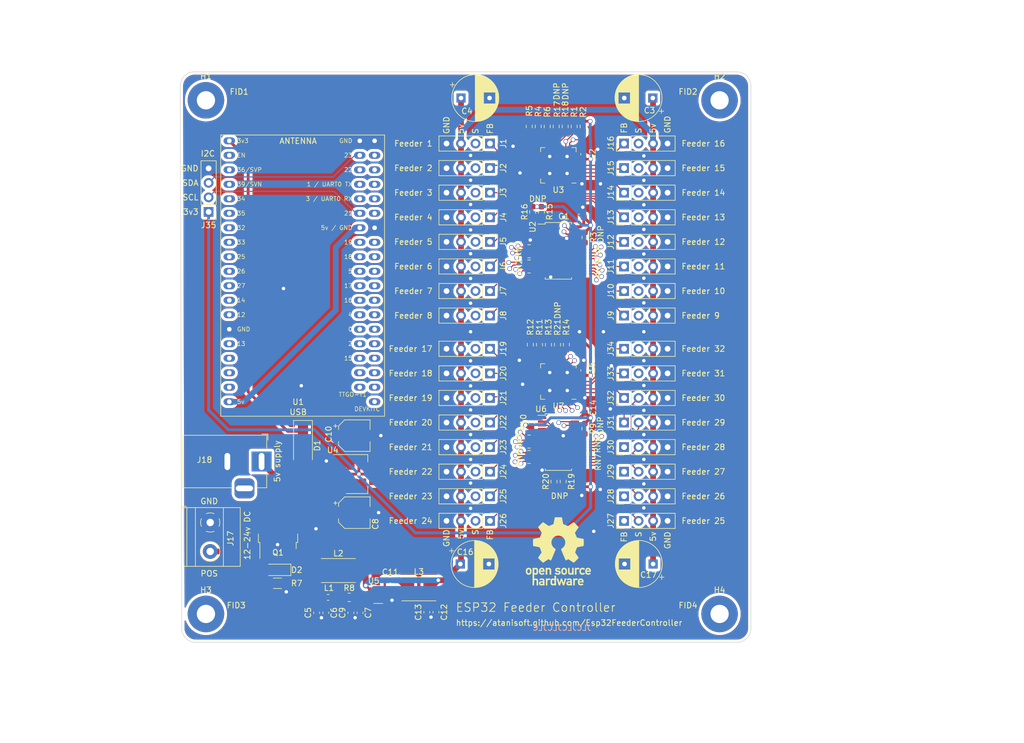
<source format=kicad_pcb>
(kicad_pcb (version 20221018) (generator pcbnew)
  (layers (0 "F.Cu" signal) (1 "In1.Cu" power) (2 "In2.Cu" signal) (31 "B.Cu" power) (34 "B.Paste" user) (35 "F.Paste" user) (36 "B.SilkS" user "B.Silkscreen") (37 "F.SilkS" user "F.Silkscreen") (38 "B.Mask" user) (39 "F.Mask" user) (44 "Edge.Cuts" user))
  (net 0 "")
  (net 1 "GND")
  (net 2 "+5V")
  (net 3 "+3V3")
  (net 4 "Net-(D1-Pad1)")
  (net 5 "Net-(RN1-Pad1)")
  (net 6 "Net-(RN1-Pad3)")
  (net 7 "Net-(RN1-Pad2)")
  (net 8 "Net-(RN1-Pad4)")
  (net 9 "Net-(RN2-Pad1)")
  (net 10 "Net-(RN2-Pad3)")
  (net 11 "Net-(RN2-Pad2)")
  (net 12 "Net-(RN2-Pad4)")
  (net 13 "Net-(RN3-Pad1)")
  (net 14 "Net-(RN3-Pad3)")
  (net 15 "Net-(RN3-Pad2)")
  (net 16 "Net-(RN3-Pad4)")
  (net 17 "Net-(RN4-Pad1)")
  (net 18 "Net-(RN4-Pad3)")
  (net 19 "Net-(RN4-Pad2)")
  (net 20 "Net-(RN4-Pad4)")
  (net 21 "Net-(RN5-Pad1)")
  (net 22 "Net-(RN5-Pad3)")
  (net 23 "Net-(RN5-Pad2)")
  (net 24 "Net-(RN5-Pad4)")
  (net 25 "Net-(RN6-Pad3)")
  (net 26 "Net-(RN6-Pad2)")
  (net 27 "Net-(RN6-Pad4)")
  (net 28 "Net-(RN7-Pad1)")
  (net 29 "Net-(RN7-Pad3)")
  (net 30 "Net-(RN7-Pad2)")
  (net 31 "Net-(RN7-Pad4)")
  (net 32 "Net-(RN8-Pad2)")
  (net 33 "Net-(RN8-Pad4)")
  (net 34 "VDD")
  (net 35 "/ServoControl (1-16)/feeder-1-servo")
  (net 36 "/ServoControl (1-16)/feeder-1-feedback")
  (net 37 "/ServoControl (1-16)/feeder-2-servo")
  (net 38 "/ServoControl (1-16)/feeder-2-feedback")
  (net 39 "/ServoControl (1-16)/feeder-3-servo")
  (net 40 "/ServoControl (1-16)/feeder-3-feedback")
  (net 41 "/ServoControl (1-16)/feeder-4-servo")
  (net 42 "/ServoControl (1-16)/feeder-4-feedback")
  (net 43 "/ServoControl (1-16)/feeder-5-servo")
  (net 44 "/ServoControl (1-16)/feeder-5-feedback")
  (net 45 "/ServoControl (1-16)/feeder-6-servo")
  (net 46 "/ServoControl (1-16)/feeder-6-feedback")
  (net 47 "/ServoControl (1-16)/feeder-7-servo")
  (net 48 "/ServoControl (1-16)/feeder-7-feedback")
  (net 49 "/ServoControl (1-16)/feeder-8-servo")
  (net 50 "/ServoControl (1-16)/feeder-8-feedback")
  (net 51 "/ServoControl (1-16)/feeder-9-servo")
  (net 52 "/ServoControl (1-16)/feeder-9-feedback")
  (net 53 "/ServoControl (1-16)/feeder-10-servo")
  (net 54 "/ServoControl (1-16)/feeder-10-feedback")
  (net 55 "/ServoControl (1-16)/feeder-11-servo")
  (net 56 "/ServoControl (1-16)/feeder-11-feedback")
  (net 57 "/ServoControl (1-16)/feeder-12-servo")
  (net 58 "/ServoControl (1-16)/feeder-12-feedback")
  (net 59 "/ServoControl (1-16)/feeder-13-servo")
  (net 60 "/ServoControl (1-16)/feeder-13-feedback")
  (net 61 "/ServoControl (1-16)/feeder-14-servo")
  (net 62 "/ServoControl (1-16)/feeder-14-feedback")
  (net 63 "/ServoControl (1-16)/feeder-15-servo")
  (net 64 "/ServoControl (1-16)/feeder-15-feedback")
  (net 65 "/ServoControl (1-16)/feeder-16-servo")
  (net 66 "/ServoControl (1-16)/feeder-16-feedback")
  (net 67 "/ServoControl (17-32)/feeder-17-servo")
  (net 68 "/ServoControl (17-32)/feeder-17-feedback")
  (net 69 "/Power/5v-BST")
  (net 70 "/ServoControl (17-32)/feeder-18-servo")
  (net 71 "/ServoControl (17-32)/feeder-18-feedback")
  (net 72 "/ServoControl (17-32)/feeder-19-servo")
  (net 73 "/ServoControl (17-32)/feeder-19-feedback")
  (net 74 "Net-(D2-Pad2)")
  (net 75 "/ServoControl (17-32)/feeder-20-servo")
  (net 76 "/ServoControl (17-32)/feeder-20-feedback")
  (net 77 "/ServoControl (17-32)/feeder-21-servo")
  (net 78 "/ServoControl (17-32)/feeder-21-feedback")
  (net 79 "Net-(J17-Pad2)")
  (net 80 "/ServoControl (17-32)/feeder-22-servo")
  (net 81 "/ServoControl (17-32)/feeder-22-feedback")
  (net 82 "/ServoControl (17-32)/feeder-23-servo")
  (net 83 "/ServoControl (17-32)/feeder-23-feedback")
  (net 84 "Net-(L1-Pad2)")
  (net 85 "/ServoControl (17-32)/feeder-24-servo")
  (net 86 "/ServoControl (17-32)/feeder-24-feedback")
  (net 87 "Net-(R11-Pad2)")
  (net 88 "/ServoControl (17-32)/feeder-25-servo")
  (net 89 "/ServoControl (17-32)/feeder-25-feedback")
  (net 90 "Net-(R12-Pad2)")
  (net 91 "/ServoControl (17-32)/feeder-26-servo")
  (net 92 "/ServoControl (17-32)/feeder-26-feedback")
  (net 93 "unconnected-(U1-Pad0)")
  (net 94 "/ServoControl (17-32)/feeder-27-servo")
  (net 95 "/ServoControl (17-32)/feeder-27-feedback")
  (net 96 "unconnected-(U1-Pad1)")
  (net 97 "/ServoControl (17-32)/feeder-28-servo")
  (net 98 "/ServoControl (17-32)/feeder-28-feedback")
  (net 99 "unconnected-(U1-Pad2)")
  (net 100 "/ServoControl (17-32)/feeder-29-servo")
  (net 101 "/ServoControl (17-32)/feeder-29-feedback")
  (net 102 "unconnected-(U1-Pad3)")
  (net 103 "/ServoControl (17-32)/feeder-30-servo")
  (net 104 "/ServoControl (17-32)/feeder-30-feedback")
  (net 105 "unconnected-(U1-Pad4)")
  (net 106 "/ServoControl (17-32)/feeder-31-servo")
  (net 107 "/ServoControl (17-32)/feeder-31-feedback")
  (net 108 "unconnected-(U1-Pad5)")
  (net 109 "/ServoControl (17-32)/feeder-32-servo")
  (net 110 "/ServoControl (17-32)/feeder-32-feedback")
  (net 111 "unconnected-(U1-Pad5V)")
  (net 115 "unconnected-(U1-Pad15)")
  (net 116 "unconnected-(U1-Pad16)")
  (net 117 "unconnected-(U1-Pad17)")
  (net 118 "unconnected-(U1-Pad18)")
  (net 119 "unconnected-(U1-Pad19)")
  (net 120 "unconnected-(U1-Pad22)")
  (net 135 "Net-(U2-Pad23)")
  (net 136 "Net-(U2-Pad1)")
  (net 143 "Net-(C7-Pad1)")
  (net 144 "Net-(C11-Pad2)")
  (net 145 "Net-(U2-Pad2)")
  (net 146 "Net-(R4-Pad2)")
  (net 147 "Net-(R9-Pad2)")
  (net 148 "Net-(R10-Pad2)")
  (net 149 "Net-(RN8-Pad1)")
  (net 150 "Net-(U3-Pad12)")
  (net 151 "Net-(U3-Pad11)")
  (net 155 "/SCL")
  (net 156 "/SDA")
  (net 157 "Net-(RN6-Pad1)")
  (net 158 "Net-(RN8-Pad3)")
  (net 159 "Net-(R5-Pad2)")
  (net 160 "Net-(R6-Pad2)")
  (net 161 "Net-(R13-Pad2)")
  (net 162 "Net-(R14-Pad2)")
  (net 163 "Net-(U6-Pad2)")
  (net 164 "Net-(U6-Pad3)")
  (net 165 "Net-(U7-Pad12)")
  (footprint "Connector_PinHeader_2.54mm:PinHeader_1x04_P2.54mm_Vertical" (layer "F.Cu") (at 183.27 81.42 90)
    (fp_text reference "J10")
    (fp_text value "Feeder 10")
  )
  (footprint "Capacitor_SMD:C_0603_1608Metric_Pad1.08x0.95mm_HandSolder" (layer "F.Cu") (at 176.4 101.9 90)
    (fp_text reference "C14")
    (fp_text value "100nF")
  )
  (footprint "Capacitor_SMD:C_0603_1608Metric_Pad1.08x0.95mm_HandSolder" (layer "F.Cu") (at 137 137.8 -90)
    (fp_text reference "C7")
    (fp_text value "22uF")
  )
  (footprint "Connector_PinHeader_2.54mm:PinHeader_1x04_P2.54mm_Vertical" (layer "F.Cu") (at 183.27 77.112667 90)
    (fp_text reference "J11")
    (fp_text value "Feeder 11")
  )
  (footprint "Resistor_SMD:R_0603_1608Metric_Pad0.98x0.95mm_HandSolder" (layer "F.Cu") (at 170.02 90.82 -90)
    (fp_text reference "R13")
    (fp_text value "10K")
  )
  (footprint "Connector_PinHeader_2.54mm:PinHeader_1x04_P2.54mm_Vertical" (layer "F.Cu") (at 159.775 85.727333 -90)
    (fp_text reference "J8")
    (fp_text value "Feeder 8")
  )
  (footprint "Connector_PinHeader_2.54mm:PinHeader_1x04_P2.54mm_Vertical" (layer "F.Cu") (at 159.775 55.576002 -90)
    (fp_text reference "J1")
    (fp_text value "Feeder 1")
  )
  (footprint "Connector_PinHeader_2.54mm:PinHeader_1x04_P2.54mm_Vertical" (layer "F.Cu") (at 159.775 64.190668 -90)
    (fp_text reference "J3")
    (fp_text value "Feeder 3")
  )
  (footprint "Connector_PinHeader_2.54mm:PinHeader_1x04_P2.54mm_Vertical" (layer "F.Cu") (at 159.775 108.769332 -90)
    (fp_text reference "J23")
    (fp_text value "Feeder 21")
  )
  (footprint "Resistor_SMD:R_0603_1608Metric_Pad0.98x0.95mm_HandSolder" (layer "F.Cu") (at 169.8 52.58 -90)
    (fp_text reference "R6")
    (fp_text value "10K")
  )
  (footprint "Capacitor_SMD:C_0603_1608Metric_Pad1.08x0.95mm_HandSolder" (layer "F.Cu") (at 175.3375 68.47 180)
    (fp_text reference "C1")
    (fp_text value "100nF")
  )
  (footprint "Connector_PinHeader_2.54mm:PinHeader_1x04_P2.54mm_Vertical" (layer "F.Cu") (at 159.775 72.805334 -90)
    (fp_text reference "J5")
    (fp_text value "Feeder 5")
  )
  (footprint "Connector_PinHeader_2.54mm:PinHeader_1x04_P2.54mm_Vertical" (layer "F.Cu") (at 159.775 104.461999 -90)
    (fp_text reference "J22")
    (fp_text value "Feeder 20")
  )
  (footprint "Package_DFN_QFN:QFN-28-1EP_6x6mm_P0.65mm_EP4.25x4.25mm" (layer "F.Cu") (at 171.76 59.397333 180)
    (fp_text reference "U3")
    (fp_text value "MCP23017")
  )
  (footprint "Fiducial:Fiducial_0.5mm_Mask1mm" (layer "F.Cu") (at 115.83 48)
    (fp_text reference "FID1")
    (fp_text value "Fiducial")
  )
  (footprint "Resistor_SMD:R_0603_1608Metric_Pad0.98x0.95mm_HandSolder" (layer "F.Cu") (at 174.525 52.58 -90)
    (fp_text reference "R1")
    (fp_text value "2k4")
  )
  (footprint "Connector_PinHeader_2.54mm:PinHeader_1x04_P2.54mm_Vertical" (layer "F.Cu") (at 159.775 68.498001 -90)
    (fp_text reference "J4")
    (fp_text value "Feeder 4")
  )
  (footprint "Capacitor_SMD:CP_Elec_5x5.3" (layer "F.Cu") (at 136 120.25)
    (fp_text reference "C8")
    (fp_text value "10uF")
  )
  (footprint "Connector_PinHeader_2.54mm:PinHeader_1x04_P2.54mm_Vertical" (layer "F.Cu") (at 183.27 117.383998 90)
    (fp_text reference "J28")
    (fp_text value "Feeder 26")
  )
  (footprint "Package_TO_SOT_SMD:SOT-223-3_TabPin2" (layer "F.Cu") (at 136.45 113.5)
    (fp_text reference "U4")
    (fp_text value "AP2114-3.3")
  )
  (footprint "Capacitor_SMD:C_0603_1608Metric_Pad1.08x0.95mm_HandSolder" (layer "F.Cu") (at 176.2 57.447333 90)
    (fp_text reference "C2")
    (fp_text value "100nF")
  )
  (footprint "Package_DFN_QFN:QFN-28-1EP_6x6mm_P0.65mm_EP4.25x4.25mm" (layer "F.Cu") (at 171.76 97.27 180)
    (fp_text reference "U7")
    (fp_text value "MCP23017_ML")
  )
  (footprint "Connector_PinHeader_2.54mm:PinHeader_1x04_P2.54mm_Vertical" (layer "F.Cu") (at 183.27 59.883335 90)
    (fp_text reference "J15")
    (fp_text value "Feeder 15")
  )
  (footprint "Fiducial:Fiducial_0.5mm_Mask1mm" (layer "F.Cu") (at 194.47 138)
    (fp_text reference "FID4")
    (fp_text value "Fiducial")
  )
  (footprint "Resistor_SMD:R_0603_1608Metric_Pad0.98x0.95mm_HandSolder" (layer "F.Cu") (at 168.225 52.58 -90)
    (fp_text reference "R4")
    (fp_text value "10K")
  )
  (footprint "Resistor_SMD:R_0603_1608Metric_Pad0.98x0.95mm_HandSolder" (layer "F.Cu") (at 176.43 72.03 -90)
    (fp_text reference "R3")
    (fp_text value "10K")
  )
  (footprint "Capacitor_SMD:CP_Elec_5x5.3" (layer "F.Cu") (at 136 106.75)
    (fp_text reference "C10")
    (fp_text value "10uF")
  )
  (footprint "Connector_PinHeader_2.54mm:PinHeader_1x04_P2.54mm_Vertical" (layer "F.Cu") (at 183.27 91.54 90)
    (fp_text reference "J34")
    (fp_text value "Feeder 32")
  )
  (footprint "Capacitor_THT:CP_Radial_D8.0mm_P5.00mm" (layer "F.Cu") (at 188.3 47.6 180)
    (fp_text reference "C3")
    (fp_text value "470uF")
  )
  (footprint "Capacitor_THT:CP_Radial_D8.0mm_P5.00mm" (layer "F.Cu") (at 154.695 47.6)
    (fp_text reference "C4")
    (fp_text value "470uF")
  )
  (footprint "Resistor_SMD:R_0603_1608Metric_Pad0.98x0.95mm_HandSolder" (layer "F.Cu") (at 167.25 67.55 -90)
    (fp_text reference "R16")
    (fp_text value "10K")
  )
  (footprint "TerminalBlock_Phoenix:TerminalBlock_Phoenix_MKDS-1,5-2-5.08_1x02_P5.08mm_Horizontal" (layer "F.Cu") (at 110.75 121.975 -90)
    (fp_text reference "J17")
    (fp_text value "12-24v DC")
  )
  (footprint "Connector_PinHeader_2.54mm:PinHeader_1x04_P2.54mm_Vertical" (layer "F.Cu") (at 159.775 113.076665 -90)
    (fp_text reference "J24")
    (fp_text value "Feeder 22")
  )
  (footprint "Fiducial:Fiducial_0.5mm_Mask1mm" (layer "F.Cu") (at 194.47 48)
    (fp_text reference "FID2")
    (fp_text value "Fiducial")
  )
  (footprint "Resistor_SMD:R_0603_1608Metric_Pad0.98x0.95mm_HandSolder" (layer "F.Cu") (at 172.95 52.58 -90)
    (fp_text reference "R18")
    (fp_text value "10K")
  )
  (footprint "Resistor_SMD:R_0603_1608Metric_Pad0.98x0.95mm_HandSolder" (layer "F.Cu") (at 167.05 104.43 90)
    (fp_text reference "R10")
    (fp_text value "10K")
  )
  (footprint "Resistor_SMD:R_0603_1608Metric_Pad0.98x0.95mm_HandSolder" (layer "F.Cu") (at 168.78 67.55 -90)
    (fp_text reference "R15")
    (fp_text value "10K")
  )
  (footprint "Connector_PinHeader_2.54mm:PinHeader_1x04_P2.54mm_Vertical" (layer "F.Cu") (at 110.47 67.55 180)
    (fp_text reference "J35")
    (fp_text value "EXT-I2C")
  )
  (footprint "Inductor_SMD:L_Taiyo-Yuden_NR-40xx_HandSoldering" (layer "F.Cu") (at 147.3 133.6)
    (fp_text reference "L3")
    (fp_text value "4.7uH")
  )
  (footprint "Components:TTGO-T1-DEVKIT-C" (layer "F.Cu") (at 126.16 80.274)
    (fp_text reference "U1")
    (fp_text value "ESP32-Module" hide)
  )
  (footprint "MountingHole:MountingHole_3.2mm_M3_Pad" (layer "F.Cu") (at 200 48)
    (fp_text reference "H2")
    (fp_text value "MountingHole")
  )
  (footprint "Resistor_SMD:R_Array_Concave_4x0402" (layer "F.Cu") (at 166.62 77.12 180)
    (fp_text reference "RN2")
    (fp_text value "220R")
  )
  (footprint "Capacitor_SMD:C_0603_1608Metric_Pad1.08x0.95mm_HandSolder" (layer "F.Cu") (at 142.3 132.1)
    (fp_text reference "C11")
    (fp_text value "100nF")
  )
  (footprint "Capacitor_THT:CP_Radial_D8.0mm_P5.00mm" (layer "F.Cu") (at 154.575 129.25)
    (fp_text reference "C16")
    (fp_text value "470uF")
  )
  (footprint "Connector_PinHeader_2.54mm:PinHeader_1x04_P2.54mm_Vertical" (layer "F.Cu") (at 159.775 100.154666 -90)
    (fp_text reference "J21")
    (fp_text value "Feeder 19")
  )
  (footprint "Resistor_SMD:R_0603_1608Metric_Pad0.98x0.95mm_HandSolder" (layer "F.Cu") (at 166.84 90.82 -90)
    (fp_text reference "R12")
    (fp_text value "10K")
  )
  (footprint "Package_SO:TSSOP-28_4.4x9.7mm_P0.65mm" (layer "F.Cu") (at 171.76 74.38)
    (fp_text reference "U2")
    (fp_text value "PCA9685PW")
  )
  (footprint "Resistor_SMD:R_0603_1608Metric_Pad0.98x0.95mm_HandSolder" (layer "F.Cu") (at 166.65 52.58 -90)
    (fp_text reference "R5")
    (fp_text value "10K")
  )
  (footprint "Resistor_SMD:R_Array_Concave_4x0402" (layer "F.Cu") (at 166.62 110.5 180)
    (fp_text reference "RN6")
    (fp_text value "220R")
  )
  (footprint "Connector_PinHeader_2.54mm:PinHeader_1x04_P2.54mm_Vertical" (layer "F.Cu") (at 159.775 95.847333 -90)
    (fp_text reference "J20")
    (fp_text value "Feeder 18")
  )
  (footprint "MountingHole:MountingHole_3.2mm_M3_Pad" (layer "F.Cu") (at 200 138)
    (fp_text reference "H4")
    (fp_text value "MountingHole")
  )
  (footprint "Connector_PinHeader_2.54mm:PinHeader_1x04_P2.54mm_Vertical" (layer "F.Cu") (at 159.775 117.383998 -90)
    (fp_text reference "J25")
    (fp_text value "Feeder 23")
  )
  (footprint "Package_TO_SOT_SMD:TSOT-23-6" (layer "F.Cu") (at 140.2 134.6)
    (fp_text reference "U5")
    (fp_text value "AP63205WU")
  )
  (footprint "Resistor_SMD:R_0603_1608Metric_Pad0.98x0.95mm_HandSolder" (layer "F.Cu") (at 171.59 90.82 -90)
    (fp_text reference "R21")
    (fp_text value "10K")
  )
  (footprint "Resistor_SMD:R_0603_1608Metric_Pad0.98x0.95mm_HandSolder" (layer "F.Cu") (at 171.375 52.58 -90)
    (fp_text reference "R17")
    (fp_text value "10K")
  )
  (footprint "Resistor_SMD:R_Array_Concave_4x0402" (layer "F.Cu") (at 166.62 74.45 180)
    (fp_text reference "RN1")
    (fp_text value "220R")
  )
  (footprint "Resistor_SMD:R_Array_Concave_4x0402" (layer "F.Cu") (at 166.62 107.8 180)
    (fp_text reference "RN5")
    (fp_text value "220R")
  )
  (footprint "Resistor_SMD:R_0603_1608Metric_Pad0.98x0.95mm_HandSolder" (layer "F.Cu") (at 176.1 52.58 -90)
    (fp_text reference "R2")
    (fp_text value "2k4")
  )
  (footprint "Capacitor_SMD:C_0603_1608Metric_Pad1.08x0.95mm_HandSolder" (layer "F.Cu") (at 131 137.8 -90)
    (fp_text reference "C6")
    (fp_text value "22uF")
  )
  (footprint "Resistor_SMD:R_0603_1608Metric_Pad0.98x0.95mm_HandSolder" (layer "F.Cu") (at 168.44 90.82 -90)
    (fp_text reference "R11")
    (fp_text value "10K")
  )
  (footprint "Connector_PinHeader_2.54mm:PinHeader_1x04_P2.54mm_Vertical" (layer "F.Cu") (at 183.27 64.190668 90)
    (fp_text reference "J14")
    (fp_text value "Feeder 14")
  )
  (footprint "Capacitor_THT:CP_Radial_D8.0mm_P5.00mm" (layer "F.Cu") (at 188.35 129.25 180)
    (fp_text reference "C17")
    (fp_text value "470uF")
  )
  (footprint "Connector_PinHeader_2.54mm:PinHeader_1x04_P2.54mm_Vertical" (layer "F.Cu") (at 159.775 121.691331 -90)
    (fp_text reference "J26")
    (fp_text value "Feeder 24")
  )
  (footprint "Connector_PinHeader_2.54mm:PinHeader_1x04_P2.54mm_Vertical" (layer "F.Cu") (at 183.27 100.154666 90)
    (fp_text reference "J32")
    (fp_text value "Feeder 30")
  )
  (footprint "Package_TO_SOT_SMD:TO-252-2" (layer "F.Cu") (at 122.63 123 90)
    (fp_text reference "Q1")
    (fp_text value "DMP3028LK3-13")
  )
  (footprint "Capacitor_SMD:C_0603_1608Metric_Pad1.08x0.95mm_HandSolder" (layer "F.Cu") (at 148.7 137.7 -90)
    (fp_text reference "C13")
    (fp_text value "22uF")
  )
  (footprint "Resistor_SMD:R_0603_1608Metric_Pad0.98x0.95mm_HandSolder" (layer "F.Cu") (at 173.15 90.82 -90)
    (fp_text reference "R14")
    (fp_text value "10K")
  )
  (footprint "Resistor_SMD:R_Array_Concave_4x0402" (layer "F.Cu") (at 176.87 77.66)
    (fp_text reference "RN3")
    (fp_text value "220R")
  )
  (footprint "Resistor_SMD:R_0603_1608Metric_Pad0.98x0.95mm_HandSolder" (layer "F.Cu") (at 176.4 105.54 -90)
    (fp_text reference "R9")
    (fp_text value "10K")
  )
  (footprint "MountingHole:MountingHole_3.2mm_M3_Pad" (layer "F.Cu") (at 110 48)
    (fp_text reference "H1")
    (fp_text value "MountingHole")
  )
  (footprint "Symbol:OSHW-Logo_11.4x12mm_SilkScreen" (layer "F.Cu") (at 171.74 127.03)
    (fp_text reference "REF**" hide)
    (fp_text value "OSHW-Logo_11.4x12mm_SilkScreen" hide)
  )
  (footprint "Diode_SMD:D_SOD-123" (layer "F.Cu") (at 122.63 130.28 180)
    (fp_text reference "D2")
    (fp_text value "PDZ12BGWX")
  )
  (footprint "Connector_PinHeader_2.54mm:PinHeader_1x04_P2.54mm_Vertical" (layer "F.Cu") (at 183.27 104.461999 90)
    (fp_text reference "J31")
    (fp_text value "Feeder 29")
  )
  (footprint "Resistor_SMD:R_0603_1608Metric_Pad0.98x0.95mm_HandSolder" (layer "F.Cu") (at 170.99 114.8 90)
    (fp_text reference "R20")
    (fp_text value "10K")
  )
  (footprint "Connector_PinHeader_2.54mm:PinHeader_1x04_P2.54mm_Vertical" (layer "F.Cu") (at 159.775 81.42 -90)
    (fp_text reference "J7")
    (fp_text value "Feeder 7")
  )
  (footprint "Inductor_SMD:L_0603_1608Metric_Pad1.05x0.95mm_HandSolder" (layer "F.Cu") (at 131.4 135.1)
    (fp_text reference "L1")
    (fp_text value "0.47uH")
  )
  (footprint "Diode_SMD:D_SMA_Handsoldering" (layer "F.Cu") (at 127 108.5 -90)
    (fp_text reference "D1")
    (fp_text value "STPS1L30A")
  )
  (footprint "Connector_PinHeader_2.54mm:PinHeader_1x04_P2.54mm_Vertical" (layer "F.Cu") (at 183.27 121.691331 90)
    (fp_text reference "J27")
    (fp_text value "Feeder 25")
  )
  (footprint "Connector_PinHeader_2.54mm:PinHeader_1x04_P2.54mm_Vertical" (layer "F.Cu") (at 183.27 108.769332 90)
    (fp_text reference "J30")
    (fp_text value "Feeder 28")
  )
  (footprint "Capacitor_SMD:C_0603_1608Metric_Pad1.08x0.95mm_HandSolder" (layer "F.Cu") (at 150.3 137.7 -90)
    (fp_text reference "C12")
    (fp_text value "22uF")
  )
  (footprint "Resistor_SMD:R_0603_1608Metric_Pad0.98x0.95mm_HandSolder" (layer "F.Cu") (at 172.6 114.8 90)
    (fp_text reference "R19")
    (fp_text value "10K")
  )
  (footprint "Connector_PinHeader_2.54mm:PinHeader_1x04_P2.54mm_Vertical" (layer "F.Cu") (at 183.27 95.847333 90)
    (fp_text reference "J33")
    (fp_text value "Feeder 31")
  )
  (footprint "Inductor_SMD:L_Taiyo-Yuden_NR-40xx_HandSoldering" (layer "F.Cu") (at 133.2 130.4)
    (fp_text reference "L2")
    (fp_text value "4.7uH")
  )
  (footprint "Resistor_SMD:R_Array_Concave_4x0402" (layer "F.Cu") (at 176.87 111.2)
    (fp_text reference "RN7")
    (fp_text value "220R")
  )
  (footprint "Resistor_SMD:R_0805_2012Metric_Pad1.20x1.40mm_HandSolder" (layer "F.Cu") (at 135.1 135.1)
    (fp_text reference "R8")
    (fp_text value "0R5")
  )
  (footprint "MountingHole:MountingHole_3.2mm_M3_Pad" (layer "F.Cu") (at 110 138)
    (fp_text reference "H3")
    (fp_text value "MountingHole")
  )
  (footprint "Capacitor_SMD:C_0603_1608Metric_Pad1.08x0.95mm_HandSolder" (layer "F.Cu") (at 176.2 95.32 90)
    (fp_text reference "C15")
    (fp_text value "100nF")
  )
  (footprint "Connector_PinHeader_2.54mm:PinHeader_1x04_P2.54mm_Vertical" (layer "F.Cu") (at 159.775 59.883335 -90)
    (fp_text reference "J2")
    (fp_text value "Feeder 2")
  )
  (footprint "Connector_PinHeader_2.54mm:PinHeader_1x04_P2.54mm_Vertical" (layer "F.Cu") (at 183.27 85.727333 90)
    (fp_text reference "J9")
    (fp_text value "Feeder 9")
  )
  (footprint "Capacitor_SMD:C_0603_1608Metric_Pad1.08x0.95mm_HandSolder" (layer "F.Cu") (at 129.4 137.8 -90)
    (fp_text reference "C5")
    (fp_text value "22uF")
  )
  (footprint "Connector_PinHeader_2.54mm:PinHeader_1x04_P2.54mm_Vertical" (layer "F.Cu") (at 183.27 68.498001 90)
    (fp_text reference "J13")
    (fp_text value "Feeder 13")
  )
  (footprint "Connector_PinHeader_2.54mm:PinHeader_1x04_P2.54mm_Vertical" (layer "F.Cu") (at 183.27 72.805334 90)
    (fp_text reference "J12")
    (fp_text value "Feeder 12")
  )
  (footprint "Package_SO:TSSOP-28_4.4x9.7mm_P0.65mm" (layer "F.Cu") (at 171.76 107.88)
    (fp_text reference "U6")
    (fp_text value "PCA9685PW")
  )
  (footprint "Connector_PinHeader_2.54mm:PinHeader_1x04_P2.54mm_Vertical" (layer "F.Cu") (at 159.775 77.112667 -90)
    (fp_text reference "J6")
    (fp_text value "Feeder 6")
  )
  (footprint "Capacitor_SMD:C_0603_1608Metric_Pad1.08x0.95mm_HandSolder" (layer "F.Cu") (at 135.4 137.8 -90)
    (fp_text reference "C9")
    (fp_text value "22uF")
  )
  (footprint "Resistor_SMD:R_Array_Concave_4x0402" (layer "F.Cu") (at 176.87 74.99)
    (fp_text reference "RN4")
    (fp_text value "220R")
  )
  (footprint "Connector_PinHeader_2.54mm:PinHeader_1x04_P2.54mm_Vertical" (layer "F.Cu") (at 159.775 91.54 -90)
    (fp_text reference "J19")
    (fp_text value "Feeder 17")
  )
  (footprint "Connector_PinHeader_2.54mm:PinHeader_1x04_P2.54mm_Vertical" (layer "F.Cu") (at 183.26 55.576002 90)
    (fp_text reference "J16")
    (fp_text value "Feeder 16")
  )
  (footprint "Resistor_SMD:R_Array_Concave_4x0402" (layer "F.Cu") (at 176.87 108.6)
    (fp_text reference "RN8")
    (fp_text value "220R")
  )
  (footprint "Fiducial:Fiducial_0.5mm_Mask1mm" (layer "F.Cu") (at 115.305 138)
    (fp_text reference "FID3")
    (fp_text value "Fiducial")
  )
  (footprint "Resistor_SMD:R_1206_3216Metric_Pad1.30x1.75mm_HandSolder" (layer "F.Cu") (at 122.53 132.63 180)
    (fp_text reference "R7")
    (fp_text value "100k")
  )
  (footprint "Connector_PinHeader_2.54mm:PinHeader_1x04_P2.54mm_Vertical" (layer "F.Cu") (at 183.27 113.076665 90)
    (fp_text reference "J29")
    (fp_text value "Feeder 27")
  )
  (footprint "Connector_BarrelJack:BarrelJack_Horizontal" (layer "F.Cu") (at 119.75 111.2925)
    (fp_text reference "J18")
    (fp_text value "5V Supply")
  )
  (gr_arc (start 203 43.008884) (mid 204.767767 43.741117) (end 205.5 45.508884) (stroke (width 0.1)) (layer "Edge.Cuts"))
  (gr_line (start 105.75 140.491117) (end 105.5 45.508884) (stroke (width 0.1)) (layer "Edge.Cuts"))
  (gr_line (start 203 43.008884) (end 108 43.008884) (stroke (width 0.1)) (layer "Edge.Cuts"))
  (gr_arc (start 205.5 140.491117) (mid 204.767767 142.258884) (end 203 142.991117) (stroke (width 0.1)) (layer "Edge.Cuts"))
  (gr_arc (start 108.25 142.991117) (mid 106.482233 142.258884) (end 105.75 140.491117) (stroke (width 0.1)) (layer "Edge.Cuts"))
  (gr_line (start 205.5 45.508884) (end 205.5 140.491117) (stroke (width 0.1)) (layer "Edge.Cuts"))
  (gr_line (start 203 142.991117) (end 108.25 142.991117) (stroke (width 0.1)) (layer "Edge.Cuts"))
  (gr_arc (start 105.5 45.508884) (mid 106.232233 43.741117) (end 108 43.008884) (stroke (width 0.1)) (layer "Edge.Cuts"))
  (gr_text "JLCJLCJLCJLC" (at 172.375 140.425) (layer "B.SilkS") (effects (font (size 1 1)) (justify mirror)))
  (gr_text "Feeder 7" (at 149.775 81.42) (layer "F.SilkS") (effects (font (size 1 1)) (justify right)))
  (gr_text "Feeder 10" (at 193.25 81.42) (layer "F.SilkS") (effects (font (size 1 1)) (justify left)))
  (gr_text "DNP" (at 179.12 106.56 90) (layer "F.SilkS") (effects (font (size 1 1)) (justify left)))
  (gr_text "Feeder 20" (at 149.775 104.461999) (layer "F.SilkS") (effects (font (size 1 1)) (justify right)))
  (gr_text "FB" (at 159.775 123.1 90) (layer "F.SilkS") (effects (font (size 1 1)) (justify right)))
  (gr_text "FB" (at 183.26 53.875 90) (layer "F.SilkS") (effects (font (size 1 1)) (justify left)))
  (gr_text "Feeder 4" (at 149.775 68.498001) (layer "F.SilkS") (effects (font (size 1 1)) (justify right)))
  (gr_text "DNP" (at 179.16 73.07 90) (layer "F.SilkS") (effects (font (size 1 1)) (justify left)))
  (gr_text "Feeder 11" (at 193.25 77.112667) (layer "F.SilkS") (effects (font (size 1 1)) (justify left)))
  (gr_text "FB" (at 159.775 53.975 90) (layer "F.SilkS") (effects (font (size 1 1)) (justify left)))
  (gr_text "Feeder 23" (at 149.775 117.383998) (layer "F.SilkS") (effects (font (size 1 1)) (justify right)))
  (gr_text "5v" (at 154.695 53.975 90) (layer "F.SilkS") (effects (font (size 1 1)) (justify left)))
  (gr_text "GND" (at 190.89 123.475 90) (layer "F.SilkS") (effects (font (size 1 1)) (justify right)))
  (gr_text "5v" (at 188.34 53.875 90) (layer "F.SilkS") (effects (font (size 1 1)) (justify left)))
  (gr_text "Feeder 1" (at 149.775 55.576002) (layer "F.SilkS") (effects (font (size 1 1)) (justify right)))
  (gr_text "Feeder 22" (at 149.775 113.076665) (layer "F.SilkS") (effects (font (size 1 1)) (justify right)))
  (gr_text "GND" (at 190.88 53.875 90) (layer "F.SilkS") (effects (font (size 1 1)) (justify left)))
  (gr_text "Feeder 18" (at 149.775 95.847333) (layer "F.SilkS") (effects (font (size 1 1)) (justify right)))
  (gr_text "Feeder 32" (at 193.25 91.54) (layer "F.SilkS") (effects (font (size 1 1)) (justify left)))
  (gr_text "GND" (at 108.78 59.93) (layer "F.SilkS") (effects (font (size 1 1)) (justify right)))
  (gr_text "Feeder 13" (at 193.25 68.498001) (layer "F.SilkS") (effects (font (size 1 1)) (justify left)))
  (gr_text "https://atanisoft.github.com/Esp32FeederController" (at 173.63 139.56) (layer "F.SilkS") (effects (font (size 1 1))))
  (gr_text "5v supply" (at 122.5 111.25 90) (layer "F.SilkS") (effects (font (size 1 1))))
  (gr_text "POS" (at 110.575 130.925) (layer "F.SilkS") (effects (font (size 1 1))))
  (gr_text "5v" (at 154.695 123.1 90) (layer "F.SilkS") (effects (font (size 1 1)) (justify right)))
  (gr_text "S" (at 157.235 123.1 90) (layer "F.SilkS") (effects (font (size 1 1)) (justify right)))
  (gr_text "Feeder 25" (at 193.25 121.691331) (layer "F.SilkS") (effects (font (size 1 1)) (justify left)))
  (gr_text "Feeder 6" (at 149.775 77.112667) (layer "F.SilkS") (effects (font (size 1 1)) (justify right)))
  (gr_text "Feeder 2" (at 149.775 59.883335) (layer "F.SilkS") (effects (font (size 1 1)) (justify right)))
  (gr_text "GND" (at 152.155 53.975 90) (layer "F.SilkS") (effects (font (size 1 1)) (justify left)))
  (gr_text "Feeder 30" (at 193.25 100.154666) (layer "F.SilkS") (effects (font (size 1 1)) (justify left)))
  (gr_text "Feeder 21" (at 149.775 108.769332) (layer "F.SilkS") (effects (font (size 1 1)) (justify right)))
  (gr_text "S" (at 185.81 123.475 90) (layer "F.SilkS") (effects (font (size 1 1)) (justify right)))
  (gr_text "Feeder 26" (at 193.25 117.383998) (layer "F.SilkS") (effects (font (size 1 1)) (justify left)))
  (gr_text "Feeder 29" (at 193.25 104.461999) (layer "F.SilkS") (effects (font (size 1 1)) (justify left)))
  (gr_text "Feeder 16" (at 193.25 55.576002) (layer "F.SilkS") (effects (font (size 1 1)) (justify left)))
  (gr_text "Feeder 8" (at 149.775 85.727333) (layer "F.SilkS") (effects (font (size 1 1)) (justify right)))
  (gr_text "5v" (at 188.35 123.475 90) (layer "F.SilkS") (effects (font (size 1 1)) (justify right)))
  (gr_text "DNP" (at 166.53 65.26) (layer "F.SilkS") (effects (font (size 1 1)) (justify left)))
  (gr_text "DNP" (at 171.46 48.05 90) (layer "F.SilkS") (effects (font (size 1 1)) (justify left)))
  (gr_text "Feeder 24" (at 149.775 121.691331) (layer "F.SilkS") (effects (font (size 1 1)) (justify right)))
  (gr_text "Feeder 3" (at 149.775 64.190668) (layer "F.SilkS") (effects (font (size 1 1)) (justify right)))
  (gr_text "I2C" (at 110.33 57.33) (layer "F.SilkS") (effects (font (size 1 1))))
  (gr_text "ESP32 Feeder Controller" (at 167.78 136.86) (layer "F.SilkS") (effects (font (size 1.5 1.5))))
  (gr_text "Feeder 15" (at 193.25 59.883335) (layer "F.SilkS") (effects (font (size 1 1)) (justify left)))
  (gr_text "Feeder 27" (at 193.25 113.076665) (layer "F.SilkS") (effects (font (size 1 1)) (justify left)))
  (gr_text "S" (at 185.8 53.875 90) (layer "F.SilkS") (effects (font (size 1 1)) (justify left)))
  (gr_text "Feeder 9" (at 193.25 85.727333) (layer "F.SilkS") (effects (font (size 1 1)) (justify left)))
  (gr_text "FB" (at 183.27 123.475 90) (layer "F.SilkS") (effects (font (size 1 1)) (justify right)))
  (gr_text "DNP" (at 170.35 117.33) (layer "F.SilkS") (effects (font (size 1 1)) (justify left)))
  (gr_text "SCL" (at 108.78 65.01) (layer "F.SilkS") (effects (font (size 1 1)) (justify right)))
  (gr_text "Feeder 5" (at 149.775 72.805334) (layer "F.SilkS") (effects (font (size 1 1)) (justify right)))
  (gr_text "Feeder 12" (at 193.25 72.805334) (layer "F.SilkS") (effects (font (size 1 1)) (justify left)))
  (gr_text "Feeder 19" (at 149.775 100.154666) (layer "F.SilkS") (effects (font (size 1 1)) (justify right)))
  (gr_text "GND" (at 152.155 123.1 90) (layer "F.SilkS") (effects (font (size 1 1)) (justify right)))
  (gr_text "Feeder 28" (at 193.25 108.769332) (layer "F.SilkS") (effects (font (size 1 1)) (justify left)))
  (gr_text "Feeder 31" (at 193.25 95.847333) (layer "F.SilkS") (effects (font (size 1 1)) (justify left)))
  (gr_text "SDA" (at 108.78 62.47) (layer "F.SilkS") (effects (font (size 1 1)) (justify right)))
  (gr_text "12-24v DC" (at 117.25 124.25 90) (layer "F.SilkS") (effects (font (size 1 1))))
  (gr_text "Feeder 14" (at 193.25 64.190668) (layer "F.SilkS") (effects (font (size 1 1)) (justify left)))
  (gr_text "S" (at 157.235 53.975 90) (layer "F.SilkS") (effects (font (size 1 1)) (justify left)))
  (gr_text "3v3" (at 108.78 67.55) (layer "F.SilkS") (effects (font (size 1 1)) (justify right)))
  (gr_text "Feeder 17" (at 149.775 91.54) (layer "F.SilkS") (effects (font (size 1 1)) (justify right)))
  (gr_text "DNP" (at 171.62 86.42 90) (layer "F.SilkS") (effects (font (size 1 1)) (justify left)))
  (gr_text "GND" (at 110.575 118.25) (layer "F.SilkS") (effects (font (size 1 1))))
  (gr_text "DNP" (at 173 48.05 90) (layer "F.SilkS") (effects (font (size 1 1)) (justify left)))
  (segment (start 174.475 68.332354) (end 174.47 68.327354) (width 1) (layer "F.Cu") (net 1))
  (segment (start 173.775 105.605) (end 174.6225 105.605) (width 0.4) (layer "F.Cu") (net 1))
  (segment (start 168.8975 78.605) (end 170.045 78.605) (width 0.4) (layer "F.Cu") (net 1))
  (segment (start 174.475 68.47) (end 174.475 68.332354) (width 1) (layer "F.Cu") (net 1))
  (segment (start 173.279252 72.105) (end 174.6225 72.105) (width 0.4) (layer "F.Cu") (net 1))
  (segment (start 172.72 68.47) (end 174.475 68.47) (width 1) (layer "F.Cu") (net 1))
  (segment (start 138.2 120.25) (end 140.25 120.25) (width 1) (layer "F.Cu") (net 1))
  (segment (start 174.47 67.42) (end 175.16 66.73) (width 1) (layer "F.Cu") (net 1))
  (segment (start 148.7 138.5625) (end 149.4375 138.5625) (width 1) (layer "F.Cu") (net 1))
  (segment (start 173.537333 58.097333) (end 173.28 57.84) (width 0.4) (layer "F.Cu") (net 1))
  (segment (start 175.16 66.73) (end 176.03 66.73) (width 1) (layer "F.Cu") (net 1))
  (segment (start 173.58 95.97) (end 173.31 95.7) (width 0.4) (layer "F.Cu") (net 1))
  (segment (start 149.4375 138.5625) (end 150.3 138.5625) (width 1) (layer "F.Cu") (net 1))
  (segment (start 140.65 106.75) (end 138.2 106.75) (width 1) (layer "F.Cu") (net 1))
  (segment (start 137 138.6625) (end 136.1375 138.6625) (width 1) (layer "F.Cu") (net 1))
  (segment (start 168.9 112.8) (end 168.9 112.1075) (width 0.4) (layer "F.Cu") (net 1))
  (segment (start 172.71 68.48) (end 172.72 68.47) (width 1) (layer "F.Cu") (net 1))
  (segment (start 173.204752 72.1795) (end 173.279252 72.105) (width 0.4) (layer "F.Cu") (net 1))
  (segment (start 178.64 56.59) (end 176.205167 56.59) (width 1) (layer "F.Cu") (net 1))
  (segment (start 174.5975 95.97) (end 173.58 95.97) (width 0.4) (layer "F.Cu") (net 1))
  (segment (start 170.045 78.605) (end 170.41 78.97) (width 0.4) (layer "F.Cu") (net 1))
  (segment (start 142.55 135.55) (end 141.3375 135.55) (width 0.4) (layer "F.Cu") (net 1))
  (segment (start 124.08 132.63) (end 124.08 134.13) (width 1) (layer "F.Cu") (net 1))
  (segment (start 174.47 68.327354) (end 174.47 67.42) (width 1) (layer "F.Cu") (net 1))
  (segment (start 133.3 111.2) (end 131.1 111.2) (width 1) (layer "F.Cu") (net 1))
  (segment (start 176.205167 56.59) (end 176.2 56.584833) (width 1) (layer "F.Cu") (net 1))
  (segment (start 142.6 135.6) (end 142.55 135.55) (width 0.4) (layer "F.Cu") (net 1))
  (segment (start 174.5975 58.097333) (end 173.537333 58.097333) (width 0.4) (layer "F.Cu") (net 1))
  (segment (start 131 138.6625) (end 130.2375 138.6625) (width 1) (layer "F.Cu") (net 1))
  (segment (start 176.4 100.125) (end 176.4 101.0375) (width 0.4) (layer "F.Cu") (net 1))
  (segment (start 176.2 93.55) (end 176.2 94.4575) (width 1) (layer "F.Cu") (net 1))
  (segment (start 172.61 106.77) (end 173.775 105.605) (width 0.4) (layer "F.Cu") (net 1))
  (segment (start 168.9 112.1075) (end 168.8975 112.105) (width 0.4) (layer "F.Cu") (net 1))
  (segment (start 130.2375 138.6625) (end 129.4 138.6625) (width 1) (layer "F.Cu") (net 1))
  (segment (start 136.1375 138.6625) (end 135.4 138.6625) (width 1) (layer "F.Cu") (net 1))
  (via (at 156.37 57.66) (size 0.8) (drill 0.6) (layers "F.Cu" "B.Cu") (net 1))
  (via (at 156.37 83.55) (size 0.8) (drill 0.6) (layers "F.Cu" "B.Cu") (net 1))
  (via (at 156.37 88.55) (size 0.8) (drill 0.6) (layers "F.Cu" "B.Cu") (net 1))
  (via (at 186.73 66.31) (size 0.8) (drill 0.6) (layers "F.Cu" "B.Cu") (net 1))
  (via (at 172.71 68.48) (size 0.8) (drill 0.6) (layers "F.Cu" "B.Cu") (net 1))
  (via (at 175.85 117.23) (size 0.8) (drill 0.6) (layers "F.Cu" "B.Cu") (net 1))
  (via (at 177.95 123.525) (size 0.8) (drill 0.6) (layers "F.Cu" "B.Cu") (net 1))
  (via (at 173.28 57.84) (size 0.8) (drill 0.6) (layers "F.Cu" "B.Cu") (net 1))
  (via (at 156.37 110.93) (size 0.8) (drill 0.6) (layers "F.Cu" "B.Cu") (net 1))
  (via (at 170.24 57.84) (size 0.8) (drill 0.6) (layers "F.Cu" "B.Cu") (net 1))
  (via (at 123.59 80.98) (size 0.8) (drill 0.6) (layers "F.Cu" "B.Cu") (net 1))
  (via (at 186.73 88.55) (size 0.8) (drill 0.6) (layers "F.Cu" "B.Cu") (net 1))
  (via (at 156.37 98.04) (size 0.8) (drill 0.6) (layers "F.Cu" "B.Cu") (net 1))
  (via (at 180.85 102.075) (size 0.8) (drill 0.6) (layers "F.Cu" "B.Cu") (net 1))
  (via (at 175.45 88.55) (size 0.8) (drill 0.6) (layers "F.Cu" "B.Cu") (net 1))
  (via (at 186.73 110.92) (size 0.8) (drill 0.6) (layers "F.Cu" "B.Cu") (net 1))
  (via (at 170.24 60.82) (size 0.8) (drill 0.6) (layers "F.Cu" "B.Cu") (net 1))
  (via (at 164.92 93.55) (size 0.8) (drill 0.6) (layers "F.Cu" "B.Cu") (net 1))
  (via (at 168.9 112.8) (size 0.8) (drill 0.6) (layers "F.Cu" "B.Cu") (net 1))
  (via (at 165.49 97.76) (size 0.8) (drill 0.6) (layers "F.Cu" "B.Cu") (net 1))
  (via (at 186.73 70.62) (size 0.8) (drill 0.6) (layers "F.Cu" "B.Cu") (net 1))
  (via (at 156.37 70.71) (size 0.8) (drill 0.6) (layers "F.Cu" "B.Cu") (net 1))
  (via (at 129.28 123.08) (size 0.8) (drill 0.6) (layers "F.Cu" "B.Cu") (net 1))
  (via (at 173.204752 72.1795) (size 0.8) (drill 0.6) (layers "F.Cu" "B.Cu") (net 1))
  (via (at 124.08 134.13) (size 0.8) (drill 0.6) (layers "F.Cu" "B.Cu") (net 1))
  (via (at 178.64 56.59) (size 0.8) (drill 0.6) (layers "F.Cu" "B.Cu") (net 1))
  (via (at 156.37 74.88) (size 0.8) (drill 0.6) (layers "F.Cu" "B.Cu") (net 1))
  (via (at 142.6 135.6) (size 0.8) (drill 0.6) (layers "F.Cu" "B.Cu") (net 1))
  (via (at 176.4 100.125) (size 0.8) (drill 0.6) (layers "F.Cu" "B.Cu") (net 1))
  (via (at 170.41 78.97) (size 0.8) (drill 0.6) (layers "F.Cu" "B.Cu") (net 1))
  (via (at 163.81 56.05) (size 0.8) (drill 0.6) (layers "F.Cu" "B.Cu") (net 1))
  (via (at 140.65 106.75) (size 0.8) (drill 0.6) (layers "F.Cu" "B.Cu") (net 1))
  (via (at 156.37 79.22) (size 0.8) (drill 0.6) (layers "F.Cu" "B.Cu") (net 1))
  (via (at 179.65 88.55) (size 0.8) (drill 0.6) (layers "F.Cu" "B.Cu") (net 1))
  (via (at 179.09 116.18) (size 0.8) (drill 0.6) (layers "F.Cu" "B.Cu") (net 1))
  (via (at 173.31 98.85) (size 0.8) (drill 0.6) (layers "F.Cu" "B.Cu") (net 1))
  (via (at 186.73 93.62) (size 0.8) (drill 0.6) (layers "F.Cu" "B.Cu") (net 1))
  (via (at 156.37 102.25) (size 0.8) (drill 0.6) (layers "F.Cu" "B.Cu") (net 1))
  (via (at 186.73 115.21) (size 0.8) (drill 0.6) (layers "F.Cu" "B.Cu") (net 1))
  (via (at 181.05 94.51) (size 0.8) (drill 0.6) (layers "F.Cu" "B.Cu") (net 1))
  (via (at 173.28 60.82) (size 0.8) (drill 0.6) (layers "F.Cu" "B.Cu") (net 1))
  (via (at 170.24 98.85) (size 0.8) (drill 0.6) (layers "F.Cu" "B.Cu") (net 1))
  (via (at 186.73 102.33) (size 0.8) (drill 0.6) (layers "F.Cu" "B.Cu") (net 1))
  (via (at 156.37 93.65) (size 0.8) (drill 0.6) (layers "F.Cu" "B.Cu") (net 1))
  (via (at 136.1375 138.6625) (size 0.8) (drill 0.6) (layers "F.Cu" "B.Cu") (net 1))
  (via (at 186.73 62.02) (size 0.8) (drill 0.6) (layers "F.Cu" "B.Cu") (net 1))
  (via (at 156.37 62) (size 0.8) (drill 0.6) (layers "F.Cu" "B.Cu") (net 1))
  (via (at 140.25 120.25) (size 0.8) (drill 0.6) (layers "F.Cu" "B.Cu") (net 1))
  (via (at 165.03 60.73) (size 0.8) (drill 0.6) (layers "F.Cu" "B.Cu") (net 1))
  (via (at 172.61 106.77) (size 0.8) (drill 0.6) (layers "F.Cu" "B.Cu") (net 1))
  (via (at 186.73 83.49) (size 0.8) (drill 0.6) (layers "F.Cu" "B.Cu") (net 1))
  (via (at 156.37 106.57) (size 0.8) (drill 0.6) (layers "F.Cu" "B.Cu") (net 1))
  (via (at 156.37 66.25) (size 0.8) (drill 0.6) (layers "F.Cu" "B.Cu") (net 1))
  (via (at 179.13 62.64) (size 0.8) (drill 0.6) (layers "F.Cu" "B.Cu") (net 1))
  (via (at 175.88 62.64) (size 0.8) (drill 0.6) (layers "F.Cu" "B.Cu") (net 1))
  (via (at 186.73 79.17) (size 0.8) (drill 0.6) (layers "F.Cu" "B.Cu") (net 1))
  (via (at 149.4375 138.5625) (size 0.8) (drill 0.6) (layers "F.Cu" "B.Cu") (net 1))
  (via (at 122.55 125.85) (size 0.8) (drill 0.6) (layers "F.Cu" "B.Cu") (net 1))
  (via (at 131.1 111.2) (size 0.8) (drill 0.6) (layers "F.Cu" "B.Cu") (net 1))
  (via (at 186.73 97.97) (size 0.8) (drill 0.6) (layers "F.Cu" "B.Cu") (net 1))
  (via (at 156.37 115.07) (size 0.8) (drill 0.6) (layers "F.Cu" "B.Cu") (net 1))
  (via (at 186.73 57.74) (size 0.8) (drill 0.6) (layers "F.Cu" "B.Cu") (net 1))
  (via (at 176.03 66.73) (size 0.8) (drill 0.6) (layers "F.Cu" "B.Cu") (net 1))
  (via (at 173.31 95.7) (size 0.8) (drill 0.6) (layers "F.Cu" "B.Cu") (net 1))
  (via (at 126.71 98.01) (size 0.8) (drill 0.6) (layers "F.Cu" "B.Cu") (net 1))
  (via (at 176.2 93.55) (size 0.8) (drill 0.6) (layers "F.Cu" "B.Cu") (net 1))
  (via (at 130.2375 138.6625) (size 0.8) (drill 0.6) (layers "F.Cu" "B.Cu") (net 1))
  (via (at 186.73 119.42) (size 0.8) (drill 0.6) (layers "F.Cu" "B.Cu") (net 1))
  (via (at 156.37 119.5) (size 0.8) (drill 0.6) (layers "F.Cu" "B.Cu") (net 1))
  (via (at 170.24 95.7) (size 0.8) (drill 0.6) (layers "F.Cu" "B.Cu") (net 1))
  (via (at 186.73 106.58) (size 0.8) (drill 0.6) (layers "F.Cu" "B.Cu") (net 1))
  (via (at 186.73 74.93) (size 0.8) (drill 0.6) (layers "F.Cu" "B.Cu") (net 1))
  (via (at 166.83 72.48) (size 0.8) (drill 0.6) (layers "F.Cu" "B.Cu") (net 1))
  (segment (start 151.725 132.1) (end 150.7 132.1) (width 1) (layer "F.Cu") (net 2))
  (segment (start 138 126.825) (end 138 133) (width 1) (layer "F.Cu") (net 2))
  (segment (start 188.35 55.586002) (end 188.34 55.576002) (width 1) (layer "F.Cu") (net 2))
  (segment (start 133.8 122.625) (end 138 126.825) (width 1) (layer "F.Cu") (net 2))
  (segment (start 133.3 119.75) (end 133.8 120.25) (width 1) (layer "F.Cu") (net 2))
  (segment (start 188.35 129.25) (end 188.35 121.691331) (width 1) (layer "F.Cu") (net 2))
  (segment (start 119.5425 111.2925) (end 124.05 115.8) (width 1) (layer "F.Cu") (net 2))
  (segment (start 149.2 136.6) (end 149.2 133.6) (width 1) (layer "F.Cu") (net 2))
  (segment (start 149.4375 136.8375) (end 150.3 136.8375) (width 1) (layer "F.Cu") (net 2))
  (segment (start 154.695 121.691331) (end 154.695 129.13) (width 1) (layer "F.Cu") (net 2))
  (segment (start 138.65 133.65) (end 138 133) (width 0.4) (layer "F.Cu") (net 2))
  (segment (start 154.695 47.6) (end 154.695 55.576002) (width 1) (layer "F.Cu") (net 2))
  (segment (start 139.0625 133.65) (end 138.65 133.65) (width 0.4) (layer "F.Cu") (net 2))
  (segment (start 154.695 55.576002) (end 154.695 121.691331) (width 1) (layer "F.Cu") (net 2))
  (segment (start 133.8 120.25) (end 133.8 122.625) (width 1) (layer "F.Cu") (net 2))
  (segment (start 188.3 47.6) (end 188.34 47.64) (width 1) (layer "F.Cu") (net 2))
  (segment (start 154.695 129.13) (end 151.725 132.1) (width 1) (layer "F.Cu") (net 2))
  (segment (start 124.05 115.8) (end 133.3 115.8) (width 1) (layer "F.Cu") (net 2))
  (segment (start 188.35 121.691331) (end 188.35 55.586002) (width 1) (layer "F.Cu") (net 2))
  (segment (start 150.7 132.1) (end 149.2 133.6) (width 1) (layer "F.Cu") (net 2))
  (segment (start 133.3 115.8) (end 133.3 119.75) (width 1) (layer "F.Cu") (net 2))
  (segment (start 148.7 136.8375) (end 149.4375 136.8375) (width 1) (layer "F.Cu") (net 2))
  (segment (start 149.4375 136.8375) (end 149.2 136.6) (width 1) (layer "F.Cu") (net 2))
  (segment (start 188.34 47.64) (end 188.34 55.576002) (width 1) (layer "F.Cu") (net 2))
  (via (at 150.7 132.1) (size 0.8) (drill 0.6) (layers "F.Cu" "B.Cu") (net 2))
  (via (at 138 133) (size 0.8) (drill 0.6) (layers "F.Cu" "B.Cu") (net 2))
  (segment (start 154.695 53.505) (end 154.695 55.576002) (width 1) (layer "B.Cu") (net 2))
  (segment (start 184.07 49.67) (end 158.53 49.67) (width 1) (layer "B.Cu") (net 2))
  (segment (start 138.9 132.1) (end 138 133) (width 1) (layer "B.Cu") (net 2))
  (segment (start 158.53 49.67) (end 154.695 53.505) (width 1) (layer "B.Cu") (net 2))
  (segment (start 188.34 53.94) (end 184.07 49.67) (width 1) (layer "B.Cu") (net 2))
  (segment (start 150.7 132.1) (end 138.9 132.1) (width 1) (layer "B.Cu") (net 2))
  (segment (start 188.34 55.576002) (end 188.34 53.94) (width 1) (layer "B.Cu") (net 2))
  (segment (start 177.4 69.9) (end 177.4 70.1475) (width 0.5) (layer "F.Cu") (net 3))
  (segment (start 177.3275 51.6675) (end 177.33 51.67) (width 0.5) (layer "F.Cu") (net 3))
  (segment (start 176.4 102.7625) (end 176.5125 102.7625) (width 0.5) (layer "F.Cu") (net 3))
  (segment (start 166 104.91) (end 166.4325 105.3425) (width 0.5) (layer "F.Cu") (net 3))
  (segment (start 129.5 113.5) (end 127 111) (width 0.5) (layer "F.Cu") (net 3))
  (segment (start 139.6 113.5) (end 136.8 113.5) (width 0.5) (layer "F.Cu") (net 3))
  (segment (start 177.39 96.19) (end 177.4 96.2) (width 0.5) (layer "F.Cu") (net 3))
  (segment (start 133.8 107.9) (end 133.8 106.75) (width 0.5) (layer "F.Cu") (net 3))
  (segment (start 136.8 110.9) (end 133.8 107.9) (width 0.5) (layer "F.Cu") (net 3))
  (segment (start 177.41 115.71) (end 172.6025 115.71) (width 0.5) (layer "F.Cu") (net 3))
  (segment (start 136.8 113.5) (end 136.8 110.9) (width 0.5) (layer "F.Cu") (net 3))
  (segment (start 168.0225 66.6375) (end 168.78 66.6375) (width 0.5) (layer "F.Cu") (net 3))
  (segment (start 175.5075 103.655) (end 176.4 102.7625) (width 0.5) (layer "F.Cu") (net 3))
  (segment (start 172.6025 115.71) (end 172.6 115.7125) (width 0.5) (layer "F.Cu") (net 3))
  (segment (start 174.5975 58.747333) (end 175.7625 58.747333) (width 0.4) (layer "F.Cu") (net 3))
  (segment (start 176.2 58.309833) (end 177.390167 58.309833) (width 0.4) (layer "F.Cu") (net 3))
  (segment (start 134.25 113.5) (end 133.3 113.5) (width 0.5) (layer "F.Cu") (net 3))
  (segment (start 173.15 89.9075) (end 175.8375 89.9075) (width 0.5) (layer "F.Cu") (net 3))
  (segment (start 176.1 51.6675) (end 177.3275 51.6675) (width 0.5) (layer "F.Cu") (net 3))
  (segment (start 176.5125 102.7625) (end 177.4 103.65) (width 0.5) (layer "F.Cu") (net 3))
  (segment (start 176.2175 96.2) (end 176.2 96.1825) (width 0.5) (layer "F.Cu") (net 3))
  (segment (start 136.8 113.5) (end 134.25 113.5) (width 0.5) (layer "F.Cu") (net 3))
  (segment (start 177.39 91.46) (end 177.39 96.19) (width 0.5) (layer "F.Cu") (net 3))
  (segment (start 174.5975 96.62) (end 175.7625 96.62) (width 0.4) (layer "F.Cu") (net 3))
  (segment (start 133.3 113.5) (end 129.5 113.5) (width 0.5) (layer "F.Cu") (net 3))
  (segment (start 177.4 103.65) (end 177.3775 103.65) (width 0.5) (layer "F.Cu") (net 3))
  (segment (start 177.4 96.2) (end 176.2175 96.2) (width 0.5) (layer "F.Cu") (net 3))
  (segment (start 176.2 69.62) (end 175.665 70.155) (width 0.5) (layer "F.Cu") (net 3))
  (segment (start 175.7625 96.62) (end 176.2 96.1825) (width 0.4) (layer "F.Cu") (net 3))
  (segment (start 177.4 69.9) (end 177.4 69.67) (width 0.5) (layer "F.Cu") (net 3))
  (segment (start 177.4 70.1475) (end 176.43 71.1175) (width 0.5) (layer "F.Cu") (net 3))
  (segment (start 175.7625 58.747333) (end 176.2 58.309833) (width 0.4) (layer "F.Cu") (net 3))
  (segment (start 166.4325 105.3425) (end 167.05 105.3425) (width 0.5) (layer "F.Cu") (net 3))
  (segment (start 175.665 70.155) (end 174.6225 70.155) (width 0.5) (layer "F.Cu") (net 3))
  (segment (start 177.4 69.67) (end 176.2 68.47) (width 0.5) (layer "F.Cu") (net 3))
  (segment (start 170.99 115.7125) (end 172.6 115.7125) (width 0.5) (layer "F.Cu") (net 3))
  (segment (start 167.25 66.6375) (end 168.0225 66.6375) (width 0.5) (layer "F.Cu") (net 3))
  (segment (start 177.3775 103.65) (end 176.4 104.6275) (width 0.5) (layer "F.Cu") (net 3))
  (segment (start 174.6225 103.655) (end 175.5075 103.655) (width 0.5) (layer "F.Cu") (net 3))
  (segment (start 177.390167 58.309833) (end 177.4 58.3) (width 0.4) (layer "F.Cu") (net 3))
  (segment (start 166.84 89.9075) (end 173.15 89.9075) (width 0.5) (layer "F.Cu") (net 3))
  (segment (start 166.65 51.6675) (end 176.1 51.6675) (width 0.5) (layer "F.Cu") (net 3))
  (segment (start 175.8375 89.9075) (end 177.39 91.46) (width 0.5) (layer "F.Cu") (net 3))
  (segment (start 176.2 68.47) (end 176.2 69.62) (width 0.5) (layer "F.Cu") (net 3))
  (via (at 177.4 69.9) (size 0.8) (drill 0.6) (layers "F.Cu" "B.Cu") (net 3))
  (via (at 177.33 51.67) (size 0.8) (drill 0.6) (layers "F.Cu" "B.Cu") (net 3))
  (via (at 168.0225 66.6375) (size 0.8) (drill 0.6) (layers "F.Cu" "B.Cu") (net 3))
  (via (at 177.4 96.2) (size 0.8) (drill 0.6) (layers "F.Cu" "B.Cu") (net 3))
  (via (at 166 104.91) (size 0.8) (drill 0.6) (layers "F.Cu" "B.Cu") (net 3))
  (via (at 177.41 115.71) (size 0.8) (drill 0.6) (layers "F.Cu" "B.Cu") (net 3))
  (via (at 136.8 113.5) (size 0.8) (drill 0.6) (layers "F.Cu" "B.Cu") (net 3))
  (via (at 177.4 103.65) (size 0.8) (drill 0.6) (layers "F.Cu" "B.Cu") (net 3))
  (via (at 177.4 58.3) (size 0.8) (drill 0.6) (layers "F.Cu" "B.Cu") (net 3))
  (segment (start 177.4 103.65) (end 177.4 115.7) (width 0.5) (layer "B.Cu") (net 3))
  (segment (start 113.93 105.73) (end 129.03 105.73) (width 0.5) (layer "B.Cu") (net 3))
  (segment (start 177.4 115.72) (end 177.4 119.4) (width 0.5) (layer "B.Cu") (net 3))
  (segment (start 177.4 69.9) (end 177.4 96.2) (width 0.5) (layer "B.Cu") (net 3))
  (segment (start 172.6375 66.6375) (end 175.9 69.9) (width 0.5) (layer "B.Cu") (net 3))
  (segment (start 110.47 102.27) (end 113.93 105.73) (width 0.5) (layer "B.Cu") (net 3))
  (segment (start 110.47 67.55) (end 110.47 102.27) (width 0.5) (layer "B.Cu") (net 3))
  (segment (start 166.09 104.82) (end 169.22 104.82) (width 0.5) (layer "B.Cu") (net 3))
  (segment (start 177.4 58.3) (end 177.4 69.9) (width 0.5) (layer "B.Cu") (net 3))
  (segment (start 177.33 51.67) (end 177.33 54.93) (width 0.5) (layer "B.Cu") (net 3))
  (segment (start 175.9 69.9) (end 177.4 69.9) (width 0.5) (layer "B.Cu") (net 3))
  (segment (start 169.22 104.82) (end 170.41 103.63) (width 0.5) (layer "B.Cu") (net 3))
  (segment (start 177.41 115.71) (end 177.4 115.72) (width 0.5) (layer "B.Cu") (net 3))
  (segment (start 136.8 113.9) (end 136.8 113.5) (width 0.5) (layer "B.Cu") (net 3))
  (segment (start 166 104.91) (end 166.09 104.82) (width 0.5) (layer "B.Cu") (net 3))
  (segment (start 177.4 119.4) (end 173 123.8) (width 0.5) (layer "B.Cu") (net 3))
  (segment (start 177.4 115.7) (end 177.41 115.71) (width 0.5) (layer "B.Cu") (net 3))
  (segment (start 170.41 103.63) (end 177.38 103.63) (width 0.5) (layer "B.Cu") (net 3))
  (segment (start 146.7 123.8) (end 136.8 113.9) (width 0.5) (layer "B.Cu") (net 3))
  (segment (start 177.4 96.2) (end 177.4 103.65) (width 0.5) (layer "B.Cu") (net 3))
  (segment (start 168.0225 66.6375) (end 172.6375 66.6375) (width 0.5) (layer "B.Cu") (net 3))
  (segment (start 177.38 103.63) (end 177.4 103.65) (width 0.5) (layer "B.Cu") (net 3))
  (segment (start 173 123.8) (end 146.7 123.8) (width 0.5) (layer "B.Cu") (net 3))
  (segment (start 129.03 105.73) (end 136.8 113.5) (width 0.5) (layer "B.Cu") (net 3))
  (segment (start 177.4 55) (end 177.4 58.3) (width 0.5) (layer "B.Cu") (net 3))
  (segment (start 177.33 54.93) (end 177.4 55) (width 0.5) (layer "B.Cu") (net 3))
  (segment (start 127 106) (end 124.325 106) (width 0.5) (layer "F.Cu") (net 4))
  (segment (start 117.4 99.075) (end 117.4 58.404) (width 0.5) (layer "F.Cu") (net 4))
  (segment (start 124.325 106) (end 117.4 99.075) (width 0.5) (layer "F.Cu") (net 4))
  (segment (start 117.4 58.404) (end 114.094 55.098) (width 0.5) (layer "F.Cu") (net 4))
  (segment (start 167.12 75.2) (end 167.62 75.2) (width 0.2) (layer "F.Cu") (net 5))
  (segment (start 167.775 75.355) (end 168.8975 75.355) (width 0.2) (layer "F.Cu") (net 5))
  (segment (start 167.62 75.2) (end 167.775 75.355) (width 0.2) (layer "F.Cu") (net 5))
  (segment (start 167.850717 74.055) (end 168.8975 74.055) (width 0.2) (layer "F.Cu") (net 6))
  (segment (start 167.705717 74.2) (end 167.850717 74.055) (width 0.2) (layer "F.Cu") (net 6))
  (segment (start 167.12 74.2) (end 167.705717 74.2) (width 0.2) (layer "F.Cu") (net 6))
  (segment (start 167.12 74.7) (end 168.8925 74.7) (width 0.2) (layer "F.Cu") (net 7))
  (segment (start 168.8925 74.7) (end 168.8975 74.705) (width 0.2) (layer "F.Cu") (net 7))
  (segment (start 167.57 73.7) (end 167.865 73.405) (width 0.2) (layer "F.Cu") (net 8))
  (segment (start 167.12 73.7) (end 167.57 73.7) (width 0.2) (layer "F.Cu") (net 8))
  (segment (start 167.865 73.405) (end 168.8975 73.405) (width 0.2) (layer "F.Cu") (net 8))
  (segment (start 167.205 77.955) (end 167.12 77.87) (width 0.2) (layer "F.Cu") (net 9))
  (segment (start 168.8975 77.955) (end 167.205 77.955) (width 0.2) (layer "F.Cu") (net 9))
  (segment (start 168.8975 76.655) (end 168.060718 76.655) (width 0.2) (layer "F.Cu") (net 10))
  (segment (start 167.845718 76.87) (end 167.12 76.87) (width 0.2) (layer "F.Cu") (net 10))
  (segment (start 168.060718 76.655) (end 167.845718 76.87) (width 0.2) (layer "F.Cu") (net 10))
  (segment (start 168.8975 77.305) (end 168.8325 77.37) (width 0.2) (layer "F.Cu") (net 11))
  (segment (start 168.8325 77.37) (end 167.12 77.37) (width 0.2) (layer "F.Cu") (net 11))
  (segment (start 167.12 76.37) (end 167.71 76.37) (width 0.2) (layer "F.Cu") (net 12))
  (segment (start 167.71 76.37) (end 168.075 76.005) (width 0.2) (layer "F.Cu") (net 12))
  (segment (start 168.075 76.005) (end 168.8975 76.005) (width 0.2) (layer "F.Cu") (net 12))
  (segment (start 176 76.91) (end 175.745 76.655) (width 0.2) (layer "F.Cu") (net 13))
  (segment (start 176.37 76.91) (end 176 76.91) (width 0.2) (layer "F.Cu") (net 13))
  (segment (start 175.745 76.655) (end 174.6225 76.655) (width 0.2) (layer "F.Cu") (net 13))
  (segment (start 174.6225 77.955) (end 174.6675 77.91) (width 0.2) (layer "F.Cu") (net 14))
  (segment (start 174.6675 77.91) (end 176.37 77.91) (width 0.2) (layer "F.Cu") (net 14))
  (segment (start 176.37 77.41) (end 175.72 77.41) (width 0.2) (layer "F.Cu") (net 15))
  (segment (start 175.72 77.41) (end 175.615 77.305) (width 0.2) (layer "F.Cu") (net 15))
  (segment (start 175.615 77.305) (end 174.6225 77.305) (width 0.2) (layer "F.Cu") (net 15))
  (segment (start 175.77 78.41) (end 176.37 78.41) (width 0.2) (layer "F.Cu") (net 16))
  (segment (start 175.575 78.605) (end 175.77 78.41) (width 0.2) (layer "F.Cu") (net 16))
  (segment (start 174.6225 78.605) (end 175.575 78.605) (width 0.2) (layer "F.Cu") (net 16))
  (segment (start 175.665 74.055) (end 174.6225 74.055) (width 0.2) (layer "F.Cu") (net 17))
  (segment (start 176.37 74.24) (end 175.85 74.24) (width 0.2) (layer "F.Cu") (net 17))
  (segment (start 175.85 74.24) (end 175.665 74.055) (width 0.2) (layer "F.Cu") (net 17))
  (segment (start 175.86 75.24) (end 175.745 75.355) (width 0.2) (layer "F.Cu") (net 18))
  (segment (start 176.37 75.24) (end 175.86 75.24) (width 0.2) (layer "F.Cu") (net 18))
  (segment (start 175.745 75.355) (end 174.6225 75.355) (width 0.2) (layer "F.Cu") (net 18))
  (segment (start 174.6225 74.705) (end 174.6575 74.74) (width 0.2) (layer "F.Cu") (net 19))
  (segment (start 174.6575 74.74) (end 176.37 74.74) (width 0.2) (layer "F.Cu") (net 19))
  (segment (start 176.08 75.74) (end 175.77 76.05) (width 0.2) (layer "F.Cu") (net 20))
  (segment (start 176.37 75.74) (end 176.08 75.74) (width 0.2) (layer "F.Cu") (net 20))
  (segment (start 175.77 76.05) (end 174.6675 76.05) (width 0.2) (layer "F.Cu") (net 20))
  (segment (start 174.6675 76.05) (end 174.6225 76.005) (width 0.2) (layer "F.Cu") (net 20))
  (segment (start 167.955 108.855) (end 167.65 108.55) (width 0.2) (layer "F.Cu") (net 21))
  (segment (start 168.8975 108.855) (end 167.955 108.855) (width 0.2) (layer "F.Cu") (net 21))
  (segment (start 167.65 108.55) (end 167.12 108.55) (width 0.2) (layer "F.Cu") (net 21))
  (segment (start 167.125 107.555) (end 167.12 107.55) (width 0.2) (layer "F.Cu") (net 22))
  (segment (start 168.8975 107.555) (end 167.125 107.555) (width 0.2) (layer "F.Cu") (net 22))
  (segment (start 167.870006 108.205) (end 168.8975 108.205) (width 0.2) (layer "F.Cu") (net 23))
  (segment (start 167.12 108.05) (end 167.715006 108.05) (width 0.2) (layer "F.Cu") (net 23))
  (segment (start 167.715006 108.05) (end 167.870006 108.205) (width 0.2) (layer "F.Cu") (net 23))
  (segment (start 167.65 107.05) (end 167.12 107.05) (width 0.2) (layer "F.Cu") (net 24))
  (segment (start 167.795 106.905) (end 167.65 107.05) (width 0.2) (layer "F.Cu") (net 24))
  (segment (start 168.8975 106.905) (end 167.795 106.905) (width 0.2) (layer "F.Cu") (net 24))
  (segment (start 167.75 110.25) (end 167.12 110.25) (width 0.2) (layer "F.Cu") (net 25))
  (segment (start 167.845 110.155) (end 167.75 110.25) (width 0.2) (layer "F.Cu") (net 25))
  (segment (start 168.8975 110.155) (end 167.845 110.155) (width 0.2) (layer "F.Cu") (net 25))
  (segment (start 167.12 110.75) (end 167.75 110.75) (width 0.2) (layer "F.Cu") (net 26))
  (segment (start 167.805 110.805) (end 168.8975 110.805) (width 0.2) (layer "F.Cu") (net 26))
  (segment (start 167.75 110.75) (end 167.805 110.805) (width 0.2) (layer "F.Cu") (net 26))
  (segment (start 168.8925 109.5) (end 168.8975 109.505) (width 0.2) (layer "F.Cu") (net 27))
  (segment (start 167.55 109.75) (end 167.8 109.5) (width 0.2) (layer "F.Cu") (net 27))
  (segment (start 167.8 109.5) (end 168.8925 109.5) (width 0.2) (layer "F.Cu") (net 27))
  (segment (start 167.12 109.75) (end 167.55 109.75) (width 0.2) (layer "F.Cu") (net 27))
  (segment (start 176.37 110.45) (end 175.95 110.45) (width 0.2) (layer "F.Cu") (net 28))
  (segment (start 175.655 110.155) (end 174.6225 110.155) (width 0.2) (layer "F.Cu") (net 28))
  (segment (start 175.95 110.45) (end 175.655 110.155) (width 0.2) (layer "F.Cu") (net 28))
  (segment (start 176.365 111.455) (end 176.37 111.45) (width 0.2) (layer "F.Cu") (net 29))
  (segment (start 174.6225 111.455) (end 176.365 111.455) (width 0.2) (layer "F.Cu") (net 29))
  (segment (start 175.739994 110.805) (end 174.6225 110.805) (width 0.2) (layer "F.Cu") (net 30))
  (segment (start 176.37 110.95) (end 175.884994 110.95) (width 0.2) (layer "F.Cu") (net 30))
  (segment (start 175.884994 110.95) (end 175.739994 110.805) (width 0.2) (layer "F.Cu") (net 30))
  (segment (start 175.85 111.95) (end 175.695 112.105) (width 0.2) (layer "F.Cu") (net 31))
  (segment (start 175.695 112.105) (end 174.6225 112.105) (width 0.2) (layer "F.Cu") (net 31))
  (segment (start 176.37 111.95) (end 175.85 111.95) (width 0.2) (layer "F.Cu") (net 31))
  (segment (start 175.85 108.35) (end 175.7 108.2) (width 0.2) (layer "F.Cu") (net 32))
  (segment (start 174.6275 108.2) (end 174.6225 108.205) (width 0.2) (layer "F.Cu") (net 32))
  (segment (start 176.37 108.35) (end 175.85 108.35) (width 0.2) (layer "F.Cu") (net 32))
  (segment (start 175.7 108.2) (end 174.6275 108.2) (width 0.2) (layer "F.Cu") (net 32))
  (segment (start 176.37 109.35) (end 175.95 109.35) (width 0.2) (layer "F.Cu") (net 33))
  (segment (start 175.795 109.505) (end 174.6225 109.505) (width 0.2) (layer "F.Cu") (net 33))
  (segment (start 175.95 109.35) (end 175.795 109.505) (width 0.2) (layer "F.Cu") (net 33))
  (segment (start 131.3 129.38) (end 129.12 127.2) (width 1) (layer "F.Cu") (net 34))
  (segment (start 130.1625 135.4625) (end 130.525 135.1) (width 1) (layer "F.Cu") (net 34))
  (segment (start 130.525 135.1) (end 130.525 131.175) (width 1) (layer "F.Cu") (net 34))
  (segment (start 129.4 136.9375) (end 130.1625 136.9375) (width 1) (layer "F.Cu") (net 34))
  (segment (start 124.91 129.65) (end 124.28 130.28) (width 1) (layer "F.Cu") (net 34))
  (segment (start 131.3 130.4) (end 131.3 129.38) (width 1) (layer "F.Cu") (net 34))
  (segment (start 124.91 127.2) (end 124.91 129.65) (width 1) (layer "F.Cu") (net 34))
  (segment (start 130.1625 136.9375) (end 130.1625 135.4625) (width 1) (layer "F.Cu") (net 34))
  (segment (start 130.525 131.175) (end 131.3 130.4) (width 1) (layer "F.Cu") (net 34))
  (segment (start 129.12 127.2) (end 124.91 127.2) (width 1) (layer "F.Cu") (net 34))
  (segment (start 130.1625 136.9375) (end 131 136.9375) (width 1) (layer "F.Cu") (net 34))
  (segment (start 164.84 73.7) (end 166.12 73.7) (width 0.2) (layer "F.Cu") (net 35))
  (segment (start 164.68 73.54) (end 164.84 73.7) (width 0.2) (layer "F.Cu") (net 35))
  (via (at 164.68 73.54) (size 0.8) (drill 0.6) (layers "F.Cu" "B.Cu") (net 35))
  (segment (start 162.967333 58.747333) (end 168.9225 58.747333) (width 0.2) (layer "F.Cu") (net 36))
  (segment (start 159.796002 55.576002) (end 162.967333 58.747333) (width 0.2) (layer "F.Cu") (net 36))
  (segment (start 159.775 55.576002) (end 159.796002 55.576002) (width 0.2) (layer "F.Cu") (net 36))
  (segment (start 163.907799 73.77) (end 164.337799 74.2) (width 0.2) (layer "F.Cu") (net 37))
  (segment (start 163.54 73.77) (end 163.907799 73.77) (width 0.2) (layer "F.Cu") (net 37))
  (segment (start 164.337799 74.2) (end 166.12 74.2) (width 0.2) (layer "F.Cu") (net 37))
  (via (at 163.54 73.77) (size 0.8) (drill 0.6) (layers "F.Cu" "B.Cu") (net 37))
  (segment (start 160.261002 59.397333) (end 159.775 59.883335) (width 0.2) (layer "F.Cu") (net 38))
  (segment (start 168.9225 59.397333) (end 160.261002 59.397333) (width 0.2) (layer "F.Cu") (net 38))
  (segment (start 163.72 74.76) (end 163.78 74.7) (width 0.2) (layer "F.Cu") (net 39))
  (segment (start 163.78 74.7) (end 166.12 74.7) (width 0.2) (layer "F.Cu") (net 39))
  (via (at 163.72 74.76) (size 0.8) (drill 0.6) (layers "F.Cu" "B.Cu") (net 39))
  (segment (start 167.772667 60.047333) (end 163.629332 64.190668) (width 0.2) (layer "F.Cu") (net 40))
  (segment (start 168.9225 60.047333) (end 167.772667 60.047333) (width 0.2) (layer "F.Cu") (net 40))
  (segment (start 163.629332 64.190668) (end 159.775 64.190668) (width 0.2) (layer "F.Cu") (net 40))
  (segment (start 164.45 75.59) (end 164.84 75.2) (width 0.2) (layer "F.Cu") (net 41))
  (segment (start 164.84 75.2) (end 166.12 75.2) (width 0.2) (layer "F.Cu") (net 41))
  (via (at 164.45 75.59) (size 0.8) (drill 0.6) (layers "F.Cu" "B.Cu") (net 41))
  (segment (start 168.072667 60.697333) (end 160.271999 68.498001) (width 0.2) (layer "F.Cu") (net 42))
  (segment (start 168.9225 60.697333) (end 168.072667 60.697333) (width 0.2) (layer "F.Cu") (net 42))
  (segment (start 160.271999 68.498001) (end 159.775 68.498001) (width 0.2) (layer "F.Cu") (net 42))
  (segment (start 163.05 76.43) (end 163.11 76.37) (width 0.2) (layer "F.Cu") (net 43))
  (segment (start 163.11 76.37) (end 166.12 76.37) (width 0.2) (layer "F.Cu") (net 43))
  (via (at 163.05 76.43) (size 0.8) (drill 0.6) (layers "F.Cu" "B.Cu") (net 43))
  (segment (start 161.23 72.071408) (end 161.23 68.05) (width 0.2) (layer "F.Cu") (net 44))
  (segment (start 161.23 68.05) (end 167.932667 61.347333) (width 0.2) (layer "F.Cu") (net 44))
  (segment (start 160.496074 72.805334) (end 161.23 72.071408) (width 0.2) (layer "F.Cu") (net 44))
  (segment (start 159.775 72.805334) (end 160.496074 72.805334) (width 0.2) (layer "F.Cu") (net 44))
  (segment (start 167.932667 61.347333) (end 168.9225 61.347333) (width 0.2) (layer "F.Cu") (net 44))
  (segment (start 163.85 76.87) (end 166.12 76.87) (width 0.2) (layer "F.Cu") (net 45))
  (segment (start 163.22 77.5) (end 163.85 76.87) (width 0.2) (layer "F.Cu") (net 45))
  (via (at 163.22 77.5) (size 0.8) (drill 0.6) (layers "F.Cu" "B.Cu") (net 45))
  (segment (start 167.539463 62.234833) (end 161.579519 68.194777) (width 0.2) (layer "F.Cu") (net 46))
  (segment (start 161.579519 68.194777) (end 161.579519 75.308148) (width 0.2) (layer "F.Cu") (net 46))
  (segment (start 161.579519 75.308148) (end 159.775 77.112667) (width 0.2) (layer "F.Cu") (net 46))
  (segment (start 169.81 62.234833) (end 167.539463 62.234833) (width 0.2) (layer "F.Cu") (net 46))
  (segment (start 164.51952 77.37) (end 166.12 77.37) (width 0.2) (layer "F.Cu") (net 47))
  (segment (start 164.254876 77.634644) (end 164.51952 77.37) (width 0.2) (layer "F.Cu") (net 47))
  (via (at 164.254876 77.634644) (size 0.8) (drill 0.6) (layers "F.Cu" "B.Cu") (net 47))
  (segment (start 161.929039 79.250961) (end 161.929039 68.339553) (width 0.2) (layer "F.Cu") (net 48))
  (segment (start 159.775 81.405) (end 161.929039 79.250961) (width 0.2) (layer "F.Cu") (net 48))
  (segment (start 169.9 63.61) (end 170.46 63.05) (width 0.2) (layer "F.Cu") (net 48))
  (segment (start 159.775 81.42) (end 159.775 81.405) (width 0.2) (layer "F.Cu") (net 48))
  (segment (start 161.929039 68.339553) (end 166.658592 63.61) (width 0.2) (layer "F.Cu") (net 48))
  (segment (start 166.658592 63.61) (end 169.9 63.61) (width 0.2) (layer "F.Cu") (net 48))
  (segment (start 170.46 63.05) (end 170.46 62.234833) (width 0.2) (layer "F.Cu") (net 48))
  (segment (start 165 78.375) (end 165.505 77.87) (width 0.2) (layer "F.Cu") (net 49))
  (segment (start 165.505 77.87) (end 166.12 77.87) (width 0.2) (layer "F.Cu") (net 49))
  (via (at 165 78.375) (size 0.8) (drill 0.6) (layers "F.Cu" "B.Cu") (net 49))
  (segment (start 171.11 62.894295) (end 170.044775 63.95952) (width 0.2) (layer "F.Cu") (net 50))
  (segment (start 171.11 62.234833) (end 171.11 62.894295) (width 0.2) (layer "F.Cu") (net 50))
  (segment (start 166.803368 63.95952) (end 162.278559 68.484329) (width 0.2) (layer "F.Cu") (net 50))
  (segment (start 162.278559 83.223774) (end 159.775 85.727333) (width 0.2) (layer "F.Cu") (net 50))
  (segment (start 170.044775 63.95952) (end 166.803368 63.95952) (width 0.2) (layer "F.Cu") (net 50))
  (segment (start 162.278559 68.484329) (end 162.278559 83.223774) (width 0.2) (layer "F.Cu") (net 50))
  (segment (start 178.4 79.475) (end 178.4 78.85) (width 0.2) (layer "F.Cu") (net 51))
  (segment (start 178.4 78.85) (end 177.96 78.41) (width 0.2) (layer "F.Cu") (net 51))
  (segment (start 177.96 78.41) (end 177.37 78.41) (width 0.2) (layer "F.Cu") (net 51))
  (via (at 178.4 79.475) (size 0.8) (drill 0.6) (layers "F.Cu" "B.Cu") (net 51))
  (segment (start 177.824519 65.624519) (end 180.40096 68.20096) (width 0.2) (layer "F.Cu") (net 52))
  (segment (start 180.40096 68.20096) (end 180.40096 82.858293) (width 0.2) (layer "F.Cu") (net 52))
  (segment (start 180.40096 82.858293) (end 183.27 85.727333) (width 0.2) (layer "F.Cu") (net 52))
  (segment (start 174.184513 65.624519) (end 177.824519 65.624519) (width 0.2) (layer "F.Cu") (net 52))
  (segment (start 171.76 62.234833) (end 171.76 63.200006) (width 0.2) (layer "F.Cu") (net 52))
  (segment (start 171.76 63.200006) (end 174.184513 65.624519) (width 0.2) (layer "F.Cu") (net 52))
  (segment (start 178.989994 78.875) (end 179.325 78.875) (width 0.2) (layer "F.Cu") (net 53))
  (segment (start 178.024994 77.91) (end 178.989994 78.875) (width 0.2) (layer "F.Cu") (net 53))
  (segment (start 177.37 77.91) (end 178.024994 77.91) (width 0.2) (layer "F.Cu") (net 53))
  (via (at 179.325 78.875) (size 0.8) (drill 0.6) (layers "F.Cu" "B.Cu") (net 53))
  (segment (start 172.41 63.285) (end 172.41 62.234833) (width 0.2) (layer "F.Cu") (net 54))
  (segment (start 180.80048 67.990486) (end 178.034994 65.225) (width 0.2) (layer "F.Cu") (net 54))
  (segment (start 178.034994 65.225) (end 174.35 65.225) (width 0.2) (layer "F.Cu") (net 54))
  (segment (start 174.35 65.225) (end 172.41 63.285) (width 0.2) (layer "F.Cu") (net 54))
  (segment (start 181.745 81.42) (end 180.80048 80.47548) (width 0.2) (layer "F.Cu") (net 54))
  (segment (start 180.80048 80.47548) (end 180.80048 67.990486) (width 0.2) (layer "F.Cu") (net 54))
  (segment (start 183.27 81.42) (end 181.745 81.42) (width 0.2) (layer "F.Cu") (net 54))
  (segment (start 178.09 77.41) (end 177.37 77.41) (width 0.2) (layer "F.Cu") (net 55))
  (segment (start 179.412411 77.775) (end 178.455 77.775) (width 0.2) (layer "F.Cu") (net 55))
  (segment (start 179.418723 77.768688) (end 179.412411 77.775) (width 0.2) (layer "F.Cu") (net 55))
  (segment (start 178.455 77.775) (end 178.09 77.41) (width 0.2) (layer "F.Cu") (net 55))
  (via (at 179.418723 77.768688) (size 0.8) (drill 0.6) (layers "F.Cu" "B.Cu") (net 55))
  (segment (start 183.27 77.112667) (end 181.762667 77.112667) (width 0.2) (layer "F.Cu") (net 56))
  (segment (start 174.575 64.8) (end 173.06 63.285) (width 0.2) (layer "F.Cu") (net 56))
  (segment (start 181.2 76.55) (end 181.2 67.825) (width 0.2) (layer "F.Cu") (net 56))
  (segment (start 178.175 64.8) (end 174.575 64.8) (width 0.2) (layer "F.Cu") (net 56))
  (segment (start 181.2 67.825) (end 178.175 64.8) (width 0.2) (layer "F.Cu") (net 56))
  (segment (start 181.762667 77.112667) (end 181.2 76.55) (width 0.2) (layer "F.Cu") (net 56))
  (segment (start 173.06 63.285) (end 173.06 62.234833) (width 0.2) (layer "F.Cu") (net 56))
  (segment (start 177.43 76.85) (end 177.37 76.91) (width 0.2) (layer "F.Cu") (net 57))
  (segment (start 179.025 76.85) (end 177.43 76.85) (width 0.2) (layer "F.Cu") (net 57))
  (via (at 179.025 76.85) (size 0.8) (drill 0.6) (layers "F.Cu" "B.Cu") (net 57))
  (segment (start 173.71 62.234833) (end 173.71 63.11) (width 0.2) (layer "F.Cu") (net 58))
  (segment (start 175.00048 64.40048) (end 178.50048 64.40048) (width 0.2) (layer "F.Cu") (net 58))
  (segment (start 182.130334 72.805334) (end 183.27 72.805334) (width 0.2) (layer "F.Cu") (net 58))
  (segment (start 181.59952 72.27452) (end 182.130334 72.805334) (width 0.2) (layer "F.Cu") (net 58))
  (segment (start 178.50048 64.40048) (end 181.59952 67.49952) (width 0.2) (layer "F.Cu") (net 58))
  (segment (start 181.59952 67.49952) (end 181.59952 72.27452) (width 0.2) (layer "F.Cu") (net 58))
  (segment (start 173.71 63.11) (end 175.00048 64.40048) (width 0.2) (layer "F.Cu") (net 58))
  (segment (start 178.425 75.975) (end 178.19 75.74) (width 0.2) (layer "F.Cu") (net 59))
  (segment (start 178.19 75.74) (end 177.37 75.74) (width 0.2) (layer "F.Cu") (net 59))
  (via (at 178.425 75.975) (size 0.8) (drill 0.6) (layers "F.Cu" "B.Cu") (net 59))
  (segment (start 183.27 68.498001) (end 183.163007 68.498001) (width 0.2) (layer "F.Cu") (net 60))
  (segment (start 183.163007 68.498001) (end 181.55 66.884994) (width 0.2) (layer "F.Cu") (net 60))
  (segment (start 181.55 66.884994) (end 181.55 63.34) (width 0.2) (layer "F.Cu") (net 60))
  (segment (start 181.55 63.34) (end 179.557333 61.347333) (width 0.2) (layer "F.Cu") (net 60))
  (segment (start 179.557333 61.347333) (end 174.5975 61.347333) (width 0.2) (layer "F.Cu") (net 60))
  (segment (start 179.01 75.24) (end 177.37 75.24) (width 0.2) (layer "F.Cu") (net 61))
  (segment (start 179.125 75.125) (end 179.01 75.24) (width 0.2) (layer "F.Cu") (net 61))
  (via (at 179.125 75.125) (size 0.8) (drill 0.6) (layers "F.Cu" "B.Cu") (net 61))
  (segment (start 179.776665 60.697333) (end 183.27 64.190668) (width 0.2) (layer "F.Cu") (net 62))
  (segment (start 174.5975 60.697333) (end 179.776665 60.697333) (width 0.2) (layer "F.Cu") (net 62))
  (segment (start 179.246459 73.728541) (end 178.235 74.74) (width 0.2) (layer "F.Cu") (net 63))
  (segment (start 178.235 74.74) (end 177.37 74.74) (width 0.2) (layer "F.Cu") (net 63))
  (segment (start 179.246459 73.696261) (end 179.246459 73.728541) (width 0.2) (layer "F.Cu") (net 63))
  (via (at 179.246459 73.696261) (size 0.8) (drill 0.6) (layers "F.Cu" "B.Cu") (net 63))
  (segment (start 174.600167 60.05) (end 174.5975 60.047333) (width 0.2) (layer "F.Cu") (net 64))
  (segment (start 183.103335 60.05) (end 174.600167 60.05) (width 0.2) (layer "F.Cu") (net 64))
  (segment (start 183.27 59.883335) (end 183.103335 60.05) (width 0.2) (layer "F.Cu") (net 64))
  (segment (start 178.2495 73.625) (end 177.6345 74.24) (width 0.2) (layer "F.Cu") (net 65))
  (segment (start 177.6345 74.24) (end 177.37 74.24) (width 0.2) (layer "F.Cu") (net 65))
  (via (at 178.2495 73.625) (size 0.8) (drill 0.6) (layers "F.Cu" "B.Cu") (net 65))
  (segment (start 174.5975 59.397333) (end 179.452667 59.397333) (width 0.2) (layer "F.Cu") (net 66))
  (segment (start 179.452667 59.397333) (end 183.26 55.59) (width 0.2) (layer "F.Cu") (net 66))
  (segment (start 183.26 55.59) (end 183.26 55.576002) (width 0.2) (layer "F.Cu") (net 66))
  (segment (start 165.054955 106.140167) (end 165.210167 106.140167) (width 0.2) (layer "F.Cu") (net 67))
  (segment (start 165.210167 106.140167) (end 166.12 107.05) (width 0.2) (layer "F.Cu") (net 67))
  (via (at 165.054955 106.140167) (size 0.8) (drill 0.6) (layers "F.Cu" "B.Cu") (net 67))
  (segment (start 159.775 91.54) (end 163.732813 95.497813) (width 0.2) (layer "F.Cu") (net 68))
  (segment (start 167.6 96.6) (end 168.9025 96.6) (width 0.2) (layer "F.Cu") (net 68))
  (segment (start 163.732813 95.497813) (end 166.497813 95.497813) (width 0.2) (layer "F.Cu") (net 68))
  (segment (start 168.9025 96.6) (end 168.9225 96.62) (width 0.2) (layer "F.Cu") (net 68))
  (segment (start 166.497813 95.497813) (end 167.6 96.6) (width 0.2) (layer "F.Cu") (net 68))
  (segment (start 141.3375 133.65) (end 141.3375 132.2) (width 0.4) (layer "F.Cu") (net 69))
  (segment (start 141.3375 132.2) (end 141.4375 132.1) (width 0.4) (layer "F.Cu") (net 69))
  (segment (start 165.386201 107.55) (end 166.12 107.55) (width 0.2) (layer "F.Cu") (net 70))
  (segment (start 164.97246 107.136259) (end 165.386201 107.55) (width 0.2) (layer "F.Cu") (net 70))
  (via (at 164.97246 107.136259) (size 0.8) (drill 0.6) (layers "F.Cu" "B.Cu") (net 70))
  (segment (start 168.9225 97.27) (end 167.7 97.27) (width 0.2) (layer "F.Cu") (net 71))
  (segment (start 166.277333 95.847333) (end 159.775 95.847333) (width 0.2) (layer "F.Cu") (net 71))
  (segment (start 167.7 97.27) (end 166.277333 95.847333) (width 0.2) (layer "F.Cu") (net 71))
  (segment (start 164.475579 108.05) (end 166.12 108.05) (width 0.2) (layer "F.Cu") (net 72))
  (segment (start 164.221999 107.79642) (end 164.475579 108.05) (width 0.2) (layer "F.Cu") (net 72))
  (via (at 164.221999 107.79642) (size 0.8) (drill 0.6) (layers "F.Cu" "B.Cu") (net 72))
  (segment (start 166.049039 99.950961) (end 159.978705 99.950961) (width 0.2) (layer "F.Cu") (net 73))
  (segment (start 168.9225 97.92) (end 168.08 97.92) (width 0.2) (layer "F.Cu") (net 73))
  (segment (start 159.978705 99.950961) (end 159.775 100.154666) (width 0.2) (layer "F.Cu") (net 73))
  (segment (start 168.08 97.92) (end 166.049039 99.950961) (width 0.2) (layer "F.Cu") (net 73))
  (segment (start 120.35 127.2) (end 120.35 129.65) (width 1) (layer "F.Cu") (net 74))
  (segment (start 120.98 130.28) (end 120.98 132.63) (width 1) (layer "F.Cu") (net 74))
  (segment (start 120.35 129.65) (end 120.98 130.28) (width 1) (layer "F.Cu") (net 74))
  (segment (start 164.720387 108.55) (end 166.12 108.55) (width 0.2) (layer "F.Cu") (net 75))
  (segment (start 164.519887 108.7505) (end 164.720387 108.55) (width 0.2) (layer "F.Cu") (net 75))
  (via (at 164.519887 108.7505) (size 0.8) (drill 0.6) (layers "F.Cu" "B.Cu") (net 75))
  (segment (start 163.936518 100.300481) (end 159.775 104.461999) (width 0.2) (layer "F.Cu") (net 76))
  (segment (start 166.489519 100.300481) (end 163.936518 100.300481) (width 0.2) (layer "F.Cu") (net 76))
  (segment (start 168.22 98.57) (end 166.489519 100.300481) (width 0.2) (layer "F.Cu") (net 76))
  (segment (start 168.9225 98.57) (end 168.22 98.57) (width 0.2) (layer "F.Cu") (net 76))
  (segment (start 166.12 109.75) (end 165.45 109.75) (width 0.2) (layer "F.Cu") (net 77))
  (segment (start 165.45 109.75) (end 165.2 109.5) (width 0.2) (layer "F.Cu") (net 77))
  (via (at 165.2 109.5) (size 0.8) (drill 0.6) (layers "F.Cu" "B.Cu") (net 77))
  (segment (start 161.9 106.644332) (end 159.775 108.769332) (width 0.2) (layer "F.Cu") (net 78))
  (segment (start 168.18 99.22) (end 166.75 100.65) (width 0.2) (layer "F.Cu") (net 78))
  (segment (start 161.9 103) (end 161.9 106.644332) (width 0.2) (layer "F.Cu") (net 78))
  (segment (start 168.9225 99.22) (end 168.18 99.22) (width 0.2) (layer "F.Cu") (net 78))
  (segment (start 166.75 100.65) (end 164.25 100.65) (width 0.2) (layer "F.Cu") (net 78))
  (segment (start 164.25 100.65) (end 161.9 103) (width 0.2) (layer "F.Cu") (net 78))
  (segment (start 112.615 127.055) (end 118.77 120.9) (width 1) (layer "F.Cu") (net 79))
  (segment (start 110.75 127.055) (end 112.615 127.055) (width 1) (layer "F.Cu") (net 79))
  (segment (start 118.77 120.9) (end 122.63 120.9) (width 1) (layer "F.Cu") (net 79))
  (segment (start 164.25 110.25) (end 164.2 110.2) (width 0.2) (layer "F.Cu") (net 80))
  (segment (start 166.12 110.25) (end 164.25 110.25) (width 0.2) (layer "F.Cu") (net 80))
  (via (at 164.2 110.2) (size 0.8) (drill 0.6) (layers "F.Cu" "B.Cu") (net 80))
  (segment (start 169.81 100.1075) (end 169.81 100.89) (width 0.2) (layer "F.Cu") (net 81))
  (segment (start 162.29952 103.29952) (end 162.29952 110.552145) (width 0.2) (layer "F.Cu") (net 81))
  (segment (start 164.49904 101.1) (end 162.29952 103.29952) (width 0.2) (layer "F.Cu") (net 81))
  (segment (start 162.29952 110.552145) (end 159.775 113.076665) (width 0.2) (layer "F.Cu") (net 81))
  (segment (start 169.81 100.89) (end 169.6 101.1) (width 0.2) (layer "F.Cu") (net 81))
  (segment (start 169.6 101.1) (end 164.49904 101.1) (width 0.2) (layer "F.Cu") (net 81))
  (segment (start 166.12 110.75) (end 164.75 110.75) (width 0.2) (layer "F.Cu") (net 82))
  (segment (start 164.75 110.75) (end 164.15 111.35) (width 0.2) (layer "F.Cu") (net 82))
  (via (at 164.15 111.35) (size 0.8) (drill 0.6) (layers "F.Cu" "B.Cu") (net 82))
  (segment (start 162.7 103.6) (end 162.7 114.458998) (width 0.2) (layer "F.Cu") (net 83))
  (segment (start 164.8 101.5) (end 162.7 103.6) (width 0.2) (layer "F.Cu") (net 83))
  (segment (start 170.46 100.805006) (end 169.765006 101.5) (width 0.2) (layer "F.Cu") (net 83))
  (segment (start 169.765006 101.5) (end 164.8 101.5) (width 0.2) (layer "F.Cu") (net 83))
  (segment (start 162.7 114.458998) (end 159.775 117.383998) (width 0.2) (layer "F.Cu") (net 83))
  (segment (start 170.46 100.1075) (end 170.46 100.805006) (width 0.2) (layer "F.Cu") (net 83))
  (segment (start 132.275 135.1) (end 134.1 135.1) (width 1) (layer "F.Cu") (net 84))
  (segment (start 166.12 111.25) (end 165.6 111.25) (width 0.2) (layer "F.Cu") (net 85))
  (segment (start 165.6 111.25) (end 165.2 111.65) (width 0.2) (layer "F.Cu") (net 85))
  (via (at 165.2 111.65) (size 0.8) (drill 0.6) (layers "F.Cu" "B.Cu") (net 85))
  (segment (start 171.11 101.09) (end 171.11 100.1075) (width 0.2) (layer "F.Cu") (net 86))
  (segment (start 163.09952 118.38048) (end 163.09952 103.80048) (width 0.2) (layer "F.Cu") (net 86))
  (segment (start 170.30048 101.89952) (end 171.11 101.09) (width 0.2) (layer "F.Cu") (net 86))
  (segment (start 163.09952 103.80048) (end 165.00048 101.89952) (width 0.2) (layer "F.Cu") (net 86))
  (segment (start 159.775 121.691331) (end 159.788669 121.691331) (width 0.2) (layer "F.Cu") (net 86))
  (segment (start 159.788669 121.691331) (end 163.09952 118.38048) (width 0.2) (layer "F.Cu") (net 86))
  (segment (start 165.00048 101.89952) (end 170.30048 101.89952) (width 0.2) (layer "F.Cu") (net 86))
  (segment (start 168.44 91.7325) (end 168.44 94.8375) (width 0.2) (layer "F.Cu") (net 87))
  (segment (start 168.44 94.8375) (end 168.9225 95.32) (width 0.2) (layer "F.Cu") (net 87))
  (segment (start 180.475 113.740006) (end 178.684994 111.95) (width 0.2) (layer "F.Cu") (net 88))
  (segment (start 178.684994 111.95) (end 177.37 111.95) (width 0.2) (layer "F.Cu") (net 88))
  (segment (start 181.875 119.65) (end 180.475 118.25) (width 0.2) (layer "F.Cu") (net 88))
  (segment (start 185.81 121.691331) (end 183.768669 119.65) (width 0.2) (layer "F.Cu") (net 88))
  (segment (start 183.768669 119.65) (end 181.875 119.65) (width 0.2) (layer "F.Cu") (net 88))
  (segment (start 180.475 118.25) (end 180.475 113.740006) (width 0.2) (layer "F.Cu") (net 88))
  (segment (start 171.76 102.085) (end 171.76 100.1075) (width 0.2) (layer "F.Cu") (net 89))
  (segment (start 172 102.325) (end 171.76 102.085) (width 0.2) (layer "F.Cu") (net 89))
  (via (at 172 102.325) (size 0.8) (drill 0.6) (layers "F.Cu" "B.Cu") (net 89))
  (segment (start 166.84 91.7325) (end 166.84 94.8) (width 0.2) (layer "F.Cu") (net 90))
  (segment (start 168.01 95.97) (end 168.9225 95.97) (width 0.2) (layer "F.Cu") (net 90))
  (segment (start 166.84 94.8) (end 168.01 95.97) (width 0.2) (layer "F.Cu") (net 90))
  (segment (start 185.81 117.383998) (end 183.901002 115.475) (width 0.2) (layer "F.Cu") (net 91))
  (segment (start 178.75 111.45) (end 177.37 111.45) (width 0.2) (layer "F.Cu") (net 91))
  (segment (start 182.775 115.475) (end 178.75 111.45) (width 0.2) (layer "F.Cu") (net 91))
  (segment (start 183.901002 115.475) (end 182.775 115.475) (width 0.2) (layer "F.Cu") (net 91))
  (segment (start 172.41 100.1075) (end 172.41 101.745756) (width 0.2) (layer "F.Cu") (net 92))
  (segment (start 172.41 101.745756) (end 173.032122 102.367878) (width 0.2) (layer "F.Cu") (net 92))
  (via (at 173.032122 102.367878) (size 0.8) (drill 0.6) (layers "F.Cu" "B.Cu") (net 92))
  (segment (start 177.37 110.95) (end 183.683335 110.95) (width 0.2) (layer "F.Cu") (net 94))
  (segment (start 183.683335 110.95) (end 185.81 113.076665) (width 0.2) (layer "F.Cu") (net 94))
  (segment (start 174.15 102.35) (end 174.15 102.25) (width 0.2) (layer "F.Cu") (net 95))
  (segment (start 174.15 102.25) (end 173.06 101.16) (width 0.2) (layer "F.Cu") (net 95))
  (segment (start 173.06 101.16) (end 173.06 100.1075) (width 0.2) (layer "F.Cu") (net 95))
  (via (at 174.15 102.35) (size 0.8) (drill 0.6) (layers "F.Cu" "B.Cu") (net 95))
  (segment (start 185.81 108.769332) (end 184.129332 110.45) (width 0.2) (layer "F.Cu") (net 97))
  (segment (start 184.129332 110.45) (end 177.37 110.45) (width 0.2) (layer "F.Cu") (net 97))
  (segment (start 173.71 100.435) (end 173.71 100.1075) (width 0.2) (layer "F.Cu") (net 98))
  (segment (start 175.125 101.85) (end 173.71 100.435) (width 0.2) (layer "F.Cu") (net 98))
  (via (at 175.125 101.85) (size 0.8) (drill 0.6) (layers "F.Cu" "B.Cu") (net 98))
  (segment (start 184.175 107.15) (end 185.81 105.515) (width 0.2) (layer "F.Cu") (net 100))
  (segment (start 179.125 109.35) (end 181.325 107.15) (width 0.2) (layer "F.Cu") (net 100))
  (segment (start 181.325 107.15) (end 184.175 107.15) (width 0.2) (layer "F.Cu") (net 100))
  (segment (start 185.81 105.515) (end 185.81 104.461999) (width 0.2) (layer "F.Cu") (net 100))
  (segment (start 177.37 109.35) (end 179.125 109.35) (width 0.2) (layer "F.Cu") (net 100))
  (segment (start 183.27 102.62) (end 179.87 99.22) (width 0.2) (layer "F.Cu") (net 101))
  (segment (start 179.87 99.22) (end 174.5975 99.22) (width 0.2) (layer "F.Cu") (net 101))
  (segment (start 183.27 104.461999) (end 183.27 102.62) (width 0.2) (layer "F.Cu") (net 101))
  (segment (start 184.525 105.625) (end 184.525 101.439666) (width 0.2) (layer "F.Cu") (net 103))
  (segment (start 178.881999 108.85) (end 180.981999 106.75) (width 0.2) (layer "F.Cu") (net 103))
  (segment (start 183.4 106.75) (end 184.525 105.625) (width 0.2) (layer "F.Cu") (net 103))
  (segment (start 180.981999 106.75) (end 183.4 106.75) (width 0.2) (layer "F.Cu") (net 103))
  (segment (start 184.525 101.439666) (end 185.81 100.154666) (width 0.2) (layer "F.Cu") (net 103))
  (segment (start 177.37 108.85) (end 178.881999 108.85) (width 0.2) (layer "F.Cu") (net 103))
  (segment (start 181.690334 98.575) (end 174.6025 98.575) (width 0.2) (layer "F.Cu") (net 104))
  (segment (start 183.27 100.154666) (end 181.690334 98.575) (width 0.2) (layer "F.Cu") (net 104))
  (segment (start 174.6025 98.575) (end 174.5975 98.57) (width 0.2) (layer "F.Cu") (net 104))
  (segment (start 178.05 108.35) (end 179.2 107.2) (width 0.2) (layer "F.Cu") (net 106))
  (segment (start 177.37 108.35) (end 178.05 108.35) (width 0.2) (layer "F.Cu") (net 106))
  (segment (start 179.2 107.2) (end 179.349094 107.050906) (width 0.2) (layer "F.Cu") (net 106))
  (segment (start 179.349094 107.050906) (end 179.349094 106.878546) (width 0.2) (layer "F.Cu") (net 106))
  (via (at 179.349094 106.878546) (size 0.8) (drill 0.6) (layers "F.Cu" "B.Cu") (net 106))
  (segment (start 179.452667 95.847333) (end 183.27 95.847333) (width 0.2) (layer "F.Cu") (net 107))
  (segment (start 174.5975 97.92) (end 177.38 97.92) (width 0.2) (layer "F.Cu") (net 107))
  (segment (start 177.38 97.92) (end 179.452667 95.847333) (width 0.2) (layer "F.Cu") (net 107))
  (segment (start 178.35 107.45) (end 177.95 107.85) (width 0.2) (layer "F.Cu") (net 109))
  (segment (start 178.35 106.85) (end 178.35 107.45) (width 0.2) (layer "F.Cu") (net 109))
  (segment (start 177.95 107.85) (end 177.37 107.85) (width 0.2) (layer "F.Cu") (net 109))
  (via (at 178.35 106.85) (size 0.8) (drill 0.6) (layers "F.Cu" "B.Cu") (net 109))
  (segment (start 183.27 91.54) (end 180.735 91.54) (width 0.2) (layer "F.Cu") (net 110))
  (segment (start 178.225 96.475) (end 177.43 97.27) (width 0.2) (layer "F.Cu") (net 110))
  (segment (start 180.735 91.54) (end 178.225 94.05) (width 0.2) (layer "F.Cu") (net 110))
  (segment (start 177.43 97.27) (end 174.5975 97.27) (width 0.2) (layer "F.Cu") (net 110))
  (segment (start 178.225 94.05) (end 178.225 96.475) (width 0.2) (layer "F.Cu") (net 110))
  (segment (start 132.75 84.75) (end 132.75 73.75) (width 1) (layer "B.Cu") (net 111))
  (segment (start 136.162 70.338) (end 136.954 70.338) (width 1) (layer "B.Cu") (net 111))
  (segment (start 116.682 100.818) (end 132.75 84.75) (width 1) (layer "B.Cu") (net 111))
  (segment (start 132.75 73.75) (end 136.162 70.338) (width 1) (layer "B.Cu") (net 111))
  (segment (start 114.094 100.818) (end 116.682 100.818) (width 1) (layer "B.Cu") (net 111))
  (segment (start 174.6225 73.405) (end 175.9675 73.405) (width 0.2) (layer "F.Cu") (net 135))
  (segment (start 175.9675 73.405) (end 176.43 72.9425) (width 0.2) (layer "F.Cu") (net 135))
  (segment (start 168.8975 70.155) (end 168.8975 68.58) (width 0.2) (layer "F.Cu") (net 136))
  (segment (start 168.8975 68.58) (end 168.78 68.4625) (width 0.2) (layer "F.Cu") (net 136))
  (segment (start 136.66 134.6) (end 139.0625 134.6) (width 0.4) (layer "F.Cu") (net 143))
  (segment (start 136 131.3) (end 135.1 130.4) (width 1) (layer "F.Cu") (net 143))
  (segment (start 136.14 135.12) (end 136.57 135.55) (width 0.4) (layer "F.Cu") (net 143))
  (segment (start 136.14 135.12) (end 136 134.98) (width 1) (layer "F.Cu") (net 143))
  (segment (start 136.57 135.55) (end 139.0625 135.55) (width 0.4) (layer "F.Cu") (net 143))
  (segment (start 136.1625 136.9375) (end 135.4 136.9375) (width 1) (layer "F.Cu") (net 143))
  (segment (start 136.14 135.12) (end 136.1625 135.1425) (width 1) (layer "F.Cu") (net 143))
  (segment (start 136.1625 135.1425) (end 136.1625 136.9375) (width 1) (layer "F.Cu") (net 143))
  (segment (start 136 134.98) (end 136 131.3) (width 1) (layer "F.Cu") (net 143))
  (segment (start 137 136.9375) (end 136.1625 136.9375) (width 1) (layer "F.Cu") (net 143))
  (segment (start 139.0625 134.6) (end 139.0625 135.55) (width 0.4) (layer "F.Cu") (net 143))
  (segment (start 136.14 135.12) (end 136.66 134.6) (width 0.4) (layer "F.Cu") (net 143))
  (segment (start 141.3375 134.6) (end 144.4 134.6) (width 0.4) (layer "F.Cu") (net 144))
  (segment (start 143.1625 132.1) (end 143.9 132.1) (width 1) (layer "F.Cu") (net 144))
  (segment (start 143.9 132.1) (end 145.4 133.6) (width 1) (layer "F.Cu") (net 144))
  (segment (start 144.4 134.6) (end 145.4 133.6) (width 0.4) (layer "F.Cu") (net 144))
  (segment (start 167.715 70.805) (end 167.25 70.34) (width 0.2) (layer "F.Cu") (net 145))
  (segment (start 167.25 70.34) (end 167.25 68.4625) (width 0.2) (layer "F.Cu") (net 145))
  (segment (start 168.8975 70.805) (end 167.715 70.805) (width 0.2) (layer "F.Cu") (net 145))
  (segment (start 168.24 53.5075) (end 168.24 56.79) (width 0.2) (layer "F.Cu") (net 146))
  (segment (start 168.24 56.79) (end 168.897333 57.447333) (width 0.2) (layer "F.Cu") (net 146))
  (segment (start 168.225 53.4925) (end 168.24 53.5075) (width 0.2) (layer "F.Cu") (net 146))
  (segment (start 168.897333 57.447333) (end 168.9225 57.447333) (width 0.2) (layer "F.Cu") (net 146))
  (segment (start 175.9475 106.905) (end 176.4 106.4525) (width 0.2) (layer "F.Cu") (net 147))
  (segment (start 174.6225 106.905) (end 175.9475 106.905) (width 0.2) (layer "F.Cu") (net 147))
  (segment (start 168.8975 103.655) (end 167.1875 103.655) (width 0.2) (layer "F.Cu") (net 148))
  (segment (start 167.1875 103.655) (end 167.05 103.5175) (width 0.2) (layer "F.Cu") (net 148))
  (segment (start 175.95 107.85) (end 176.37 107.85) (width 0.2) (layer "F.Cu") (net 149))
  (segment (start 175.655 107.555) (end 175.95 107.85) (width 0.2) (layer "F.Cu") (net 149))
  (segment (start 174.6225 107.555) (end 175.655 107.555) (width 0.2) (layer "F.Cu") (net 149))
  (segment (start 171.375 55.095) (end 171.11 55.36) (width 0.2) (layer "F.Cu") (net 150))
  (segment (start 171.375 53.4925) (end 171.375 55.095) (width 0.2) (layer "F.Cu") (net 150))
  (segment (start 171.11 55.36) (end 171.11 56.559833) (width 0.2) (layer "F.Cu") (net 150))
  (segment (start 171.76 55.5) (end 172.95 54.31) (width 0.2) (layer "F.Cu") (net 151))
  (segment (start 171.76 56.559833) (end 171.76 55.5) (width 0.2) (layer "F.Cu") (net 151))
  (segment (start 172.95 54.31) (end 172.95 53.4925) (width 0.2) (layer "F.Cu") (net 151))
  (segment (start 174.5425 93.6) (end 173.71 94.4325) (width 0.2) (layer "F.Cu") (net 155))
  (segment (start 172.7395 71.021356) (end 173.173144 71.455) (width 0.25) (layer "F.Cu") (net 155))
  (segment (start 173.71 55.528488) (end 173.71 56.559833) (width 0.2) (layer "F.Cu") (net 155))
  (segment (start 176.1 54.25) (end 176.1 53.4725) (width 0.2) (layer "F.Cu") (net 155))
  (segment (start 172.73 105.0045) (end 172.7795 104.955) (width 0.2) (layer "F.Cu") (net 155))
  (segment (start 175.435756 54.914244) (end 176.1 54.25) (width 0.2) (layer "F.Cu") (net 155))
  (segment (start 174.324244 54.914244) (end 175.435756 54.914244) (width 0.2) (layer "F.Cu") (net 155))
  (segment (start 174.324244 54.914244) (end 173.71 55.528488) (width 0.2) (layer "F.Cu") (net 155))
  (segment (start 174.59 93.6) (end 174.5425 93.6) (width 0.2) (layer "F.Cu") (net 155))
  (segment (start 172.7795 104.955) (end 174.6225 104.955) (width 0.2) (layer "F.Cu") (net 155))
  (segment (start 173.173144 71.455) (end 174.6225 71.455) (width 0.25) (layer "F.Cu") (net 155))
  (via (at 172.7395 71.021356) (size 0.8) (drill 0.6) (layers "F.Cu" "B.Cu") (net 155))
  (via (at 174.324244 54.914244) (size 0.8) (drill 0.6) (layers "F.Cu" "B.Cu") (net 155))
  (via (at 174.59 93.6) (size 0.8) (drill 0.6) (layers "F.Cu" "B.Cu") (net 155))
  (via (at 172.73 105.0045) (size 0.8) (drill 0.6) (layers "F.Cu" "B.Cu") (net 155))
  (segment (start 136.308 67.798) (end 136.954 67.798) (width 0.2) (layer "B.Cu") (net 155))
  (segment (start 110.47 65.01) (end 111.52 63.96) (width 0.2) (layer "B.Cu") (net 155))
  (segment (start 132.47 63.96) (end 136.308 67.798) (width 0.2) (layer "B.Cu") (net 155))
  (segment (start 111.52 63.96) (end 132.47 63.96) (width 0.2) (layer "B.Cu") (net 155))
  (segment (start 173.054622 55.194622) (end 174.54 53.709244) (width 0.2) (layer "F.Cu") (net 156))
  (segment (start 173.8905 92.870826) (end 173.06 93.701326) (width 0.2) (layer "F.Cu") (net 156))
  (segment (start 171.812878 104.4795) (end 171.987378 104.305) (width 0.2) (layer "F.Cu") (net 156))
  (segment (start 173.054622 55.194622) (end 173.06 55.2) (width 0.2) (layer "F.Cu") (net 156))
  (segment (start 174.6225 70.805) (end 173.655 70.805) (width 0.2) (layer "F.Cu") (net 156))
  (segment (start 173.06 93.701326) (end 173.06 94.4325) (width 0.2) (layer "F.Cu") (net 156))
  (segment (start 174.54 53.709244) (end 174.54 53.4825) (width 0.2) (layer "F.Cu") (net 156))
  (segment (start 173.06 55.2) (end 173.06 56.559833) (width 0.2) (layer "F.Cu") (net 156))
  (segment (start 173.655 70.805) (end 172.81 69.96) (width 0.2) (layer "F.Cu") (net 156))
  (segment (start 171.987378 104.305) (end 174.6225 104.305) (width 0.2) (layer "F.Cu") (net 156))
  (via (at 171.812878 104.4795) (size 0.8) (drill 0.6) (layers "F.Cu" "B.Cu") (net 156))
  (via (at 173.8905 92.870826) (size 0.8) (drill 0.6) (layers "F.Cu" "B.Cu") (net 156))
  (via (at 172.81 69.96) (size 0.8) (drill 0.6) (layers "F.Cu" "B.Cu") (net 156))
  (via (at 173.054622 55.194622) (size 0.8) (drill 0.6) (layers "F.Cu" "B.Cu") (net 156))
  (segment (start 136.092 57.638) (end 132.31 61.42) (width 0.2) (layer "B.Cu") (net 156))
  (segment (start 111.52 61.42) (end 110.47 62.47) (width 0.2) (layer "B.Cu") (net 156))
  (segment (start 136.954 57.638) (end 136.092 57.638) (width 0.2) (layer "B.Cu") (net 156))
  (segment (start 132.31 61.42) (end 111.52 61.42) (width 0.2) (layer "B.Cu") (net 156))
  (segment (start 167.75 111.25) (end 167.12 111.25) (width 0.2) (layer "F.Cu") (net 157))
  (segment (start 167.955 111.455) (end 167.75 111.25) (width 0.2) (layer "F.Cu") (net 157))
  (segment (start 168.8975 111.455) (end 167.955 111.455) (width 0.2) (layer "F.Cu") (net 157))
  (segment (start 176.37 108.85) (end 174.6275 108.85) (width 0.2) (layer "F.Cu") (net 158))
  (segment (start 174.6275 108.85) (end 174.6225 108.855) (width 0.2) (layer "F.Cu") (net 158))
  (segment (start 166.65 53.6525) (end 166.65 56.72) (width 0.2) (layer "F.Cu") (net 159))
  (segment (start 168.027333 58.097333) (end 168.9225 58.097333) (width 0.2) (layer "F.Cu") (net 159))
  (segment (start 166.65 56.72) (end 168.027333 58.097333) (width 0.2) (layer "F.Cu") (net 159))
  (segment (start 169.8 53.4925) (end 169.81 53.5025) (width 0.2) (layer "F.Cu") (net 160))
  (segment (start 169.81 53.5025) (end 169.81 56.559833) (width 0.2) (layer "F.Cu") (net 160))
  (segment (start 169.81 91.9425) (end 170.02 91.7325) (width 0.2) (layer "F.Cu") (net 161))
  (segment (start 169.81 94.4325) (end 169.81 91.9425) (width 0.2) (layer "F.Cu") (net 161))
  (segment (start 173.15 92.41) (end 171.76 93.8) (width 0.2) (layer "F.Cu") (net 162))
  (segment (start 171.76 93.8) (end 171.76 94.4325) (width 0.2) (layer "F.Cu") (net 162))
  (segment (start 173.15 91.7325) (end 173.15 92.41) (width 0.2) (layer "F.Cu") (net 162))
  (segment (start 169.835 104.305) (end 168.8975 104.305) (width 0.2) (layer "F.Cu") (net 163))
  (segment (start 171.47 105.94) (end 169.835 104.305) (width 0.2) (layer "F.Cu") (net 163))
  (segment (start 171.47 111.92) (end 171.47 105.94) (width 0.2) (layer "F.Cu") (net 163))
  (segment (start 172.6 113.05) (end 171.47 111.92) (width 0.2) (layer "F.Cu") (net 163))
  (segment (start 172.6 113.8875) (end 172.6 113.05) (width 0.2) (layer "F.Cu") (net 163))
  (segment (start 168.8975 104.955) (end 169.905 104.955) (width 0.2) (layer "F.Cu") (net 164))
  (segment (start 169.905 104.955) (end 170.99 106.04) (width 0.2) (layer "F.Cu") (net 164))
  (segment (start 170.99 106.04) (end 170.99 113.8875) (width 0.2) (layer "F.Cu") (net 164))
  (segment (start 171.11 94.4325) (end 171.11 93.3) (width 0.2) (layer "F.Cu") (net 165))
  (segment (start 171.59 92.82) (end 171.59 91.7325) (width 0.2) (layer "F.Cu") (net 165))
  (segment (start 171.11 93.3) (end 171.59 92.82) (width 0.2) (layer "F.Cu") (net 165))
  (zone (net 1) (net_name "GND") (layers "F.Cu" "In1.Cu" "In2.Cu" "B.Cu") (connect_pads yes (clearance 0.508)) (min_thickness 0.254) (fill yes (thermal_gap 0.508) (thermal_bridge_width 0.508))
    (polygon (pts (xy 205.5 143) (xy 105.5 143) (xy 105.5 43) (xy 205.5 43)))
  )
)
</source>
